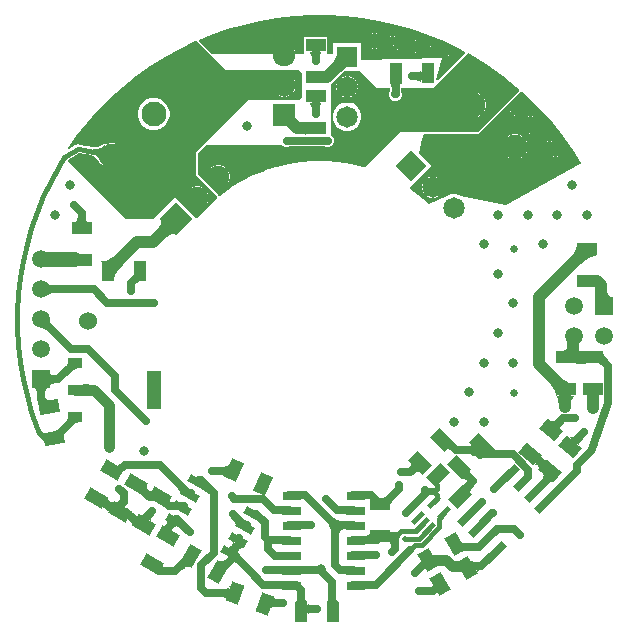
<source format=gbr>
%TF.GenerationSoftware,Altium Limited,Altium Designer,22.1.2 (22)*%
G04 Layer_Physical_Order=1*
G04 Layer_Color=255*
%FSLAX45Y45*%
%MOMM*%
%TF.SameCoordinates,A05C4332-DD78-49BD-A17D-671ED2E2A3CF*%
%TF.FilePolarity,Positive*%
%TF.FileFunction,Copper,L1,Top,Signal*%
%TF.Part,Single*%
G01*
G75*
%TA.AperFunction,SMDPad,CuDef*%
G04:AMPARAMS|DCode=10|XSize=1.7mm|YSize=1.1mm|CornerRadius=0mm|HoleSize=0mm|Usage=FLASHONLY|Rotation=150.000|XOffset=0mm|YOffset=0mm|HoleType=Round|Shape=Rectangle|*
%AMROTATEDRECTD10*
4,1,4,1.01112,0.05132,0.46112,-0.90132,-1.01112,-0.05132,-0.46112,0.90132,1.01112,0.05132,0.0*
%
%ADD10ROTATEDRECTD10*%

G04:AMPARAMS|DCode=11|XSize=1.7mm|YSize=1.1mm|CornerRadius=0mm|HoleSize=0mm|Usage=FLASHONLY|Rotation=135.000|XOffset=0mm|YOffset=0mm|HoleType=Round|Shape=Rectangle|*
%AMROTATEDRECTD11*
4,1,4,0.98995,-0.21213,0.21213,-0.98995,-0.98995,0.21213,-0.21213,0.98995,0.98995,-0.21213,0.0*
%
%ADD11ROTATEDRECTD11*%

%ADD12R,1.30000X3.25000*%
%ADD13R,1.30000X0.95000*%
G04:AMPARAMS|DCode=14|XSize=1.7mm|YSize=1.1mm|CornerRadius=0mm|HoleSize=0mm|Usage=FLASHONLY|Rotation=60.000|XOffset=0mm|YOffset=0mm|HoleType=Round|Shape=Rectangle|*
%AMROTATEDRECTD14*
4,1,4,0.05132,-1.01112,-0.90132,-0.46112,-0.05132,1.01112,0.90132,0.46112,0.05132,-1.01112,0.0*
%
%ADD14ROTATEDRECTD14*%

G04:AMPARAMS|DCode=15|XSize=1.2mm|YSize=0.4mm|CornerRadius=0mm|HoleSize=0mm|Usage=FLASHONLY|Rotation=45.000|XOffset=0mm|YOffset=0mm|HoleType=Round|Shape=Rectangle|*
%AMROTATEDRECTD15*
4,1,4,-0.28284,-0.56569,-0.56569,-0.28284,0.28284,0.56569,0.56569,0.28284,-0.28284,-0.56569,0.0*
%
%ADD15ROTATEDRECTD15*%

G04:AMPARAMS|DCode=16|XSize=1.7mm|YSize=1.1mm|CornerRadius=0mm|HoleSize=0mm|Usage=FLASHONLY|Rotation=225.000|XOffset=0mm|YOffset=0mm|HoleType=Round|Shape=Rectangle|*
%AMROTATEDRECTD16*
4,1,4,0.21213,0.98995,0.98995,0.21213,-0.21213,-0.98995,-0.98995,-0.21213,0.21213,0.98995,0.0*
%
%ADD16ROTATEDRECTD16*%

%ADD17R,1.10000X1.70000*%
%ADD18R,1.70000X1.10000*%
G04:AMPARAMS|DCode=19|XSize=1.525mm|YSize=0.65mm|CornerRadius=0mm|HoleSize=0mm|Usage=FLASHONLY|Rotation=225.000|XOffset=0mm|YOffset=0mm|HoleType=Round|Shape=Rectangle|*
%AMROTATEDRECTD19*
4,1,4,0.30936,0.76898,0.76898,0.30936,-0.30936,-0.76898,-0.76898,-0.30936,0.30936,0.76898,0.0*
%
%ADD19ROTATEDRECTD19*%

G04:AMPARAMS|DCode=20|XSize=1.7mm|YSize=1.1mm|CornerRadius=0mm|HoleSize=0mm|Usage=FLASHONLY|Rotation=245.000|XOffset=0mm|YOffset=0mm|HoleType=Round|Shape=Rectangle|*
%AMROTATEDRECTD20*
4,1,4,-0.13925,1.00280,0.85770,0.53792,0.13925,-1.00280,-0.85770,-0.53792,-0.13925,1.00280,0.0*
%
%ADD20ROTATEDRECTD20*%

G04:AMPARAMS|DCode=21|XSize=1.7mm|YSize=1.1mm|CornerRadius=0mm|HoleSize=0mm|Usage=FLASHONLY|Rotation=320.000|XOffset=0mm|YOffset=0mm|HoleType=Round|Shape=Rectangle|*
%AMROTATEDRECTD21*
4,1,4,-1.00467,0.12504,-0.29760,0.96770,1.00467,-0.12504,0.29760,-0.96770,-1.00467,0.12504,0.0*
%
%ADD21ROTATEDRECTD21*%

G04:AMPARAMS|DCode=22|XSize=1.7mm|YSize=1.1mm|CornerRadius=0mm|HoleSize=0mm|Usage=FLASHONLY|Rotation=70.000|XOffset=0mm|YOffset=0mm|HoleType=Round|Shape=Rectangle|*
%AMROTATEDRECTD22*
4,1,4,0.22612,-0.98685,-0.80755,-0.61063,-0.22612,0.98685,0.80755,0.61063,0.22612,-0.98685,0.0*
%
%ADD22ROTATEDRECTD22*%

G04:AMPARAMS|DCode=23|XSize=1.7mm|YSize=1.1mm|CornerRadius=0mm|HoleSize=0mm|Usage=FLASHONLY|Rotation=120.000|XOffset=0mm|YOffset=0mm|HoleType=Round|Shape=Rectangle|*
%AMROTATEDRECTD23*
4,1,4,0.90132,-0.46112,-0.05132,-1.01112,-0.90132,0.46112,0.05132,1.01112,0.90132,-0.46112,0.0*
%
%ADD23ROTATEDRECTD23*%

%TA.AperFunction,ConnectorPad*%
%ADD24R,1.70000X1.10000*%
%TA.AperFunction,SMDPad,CuDef*%
G04:AMPARAMS|DCode=25|XSize=1.7mm|YSize=1.1mm|CornerRadius=0mm|HoleSize=0mm|Usage=FLASHONLY|Rotation=10.000|XOffset=0mm|YOffset=0mm|HoleType=Round|Shape=Rectangle|*
%AMROTATEDRECTD25*
4,1,4,-0.74158,-0.68925,-0.93259,0.39405,0.74158,0.68925,0.93259,-0.39405,-0.74158,-0.68925,0.0*
%
%ADD25ROTATEDRECTD25*%

G04:AMPARAMS|DCode=26|XSize=1.525mm|YSize=0.65mm|CornerRadius=0mm|HoleSize=0mm|Usage=FLASHONLY|Rotation=330.000|XOffset=0mm|YOffset=0mm|HoleType=Round|Shape=Rectangle|*
%AMROTATEDRECTD26*
4,1,4,-0.82285,0.09979,-0.49785,0.66271,0.82285,-0.09979,0.49785,-0.66271,-0.82285,0.09979,0.0*
%
%ADD26ROTATEDRECTD26*%

%ADD27R,1.52500X0.65000*%
%TA.AperFunction,Conductor*%
%ADD28C,0.63500*%
%ADD29C,0.38100*%
%ADD30C,0.88900*%
%ADD31C,1.01600*%
%ADD32C,1.27000*%
%TA.AperFunction,ComponentPad*%
%ADD33R,1.50000X1.50000*%
%ADD34C,1.50000*%
%ADD35C,1.92000*%
%ADD36P,2.71529X4X90.0*%
%ADD37C,0.65000*%
%ADD38R,1.50000X1.50000*%
%ADD39R,1.81500X1.81500*%
%ADD40C,1.81500*%
%ADD41R,1.92000X1.92000*%
%ADD42C,2.10000*%
%ADD43P,2.56680X4X360.0*%
%TA.AperFunction,ViaPad*%
%ADD44C,1.52400*%
%ADD45C,0.80000*%
%ADD46C,0.50000*%
G36*
X2635568Y4880572D02*
X2630170Y4878658D01*
X2625408Y4875467D01*
X2621280Y4871001D01*
X2617788Y4865258D01*
X2614930Y4858240D01*
X2612708Y4849945D01*
X2611120Y4840375D01*
X2610168Y4829528D01*
X2609850Y4817405D01*
X2546350D01*
X2546033Y4829528D01*
X2545080Y4840375D01*
X2543492Y4849945D01*
X2541270Y4858240D01*
X2538413Y4865258D01*
X2534920Y4871001D01*
X2530793Y4875467D01*
X2526030Y4878658D01*
X2520632Y4880572D01*
X2514600Y4881210D01*
X2641600D01*
X2635568Y4880572D01*
D02*
G37*
G36*
X2898039Y4748255D02*
X2890136Y4754002D01*
X2880797Y4756876D01*
X2870021D01*
X2857808Y4754002D01*
X2844157Y4748255D01*
X2829071Y4739634D01*
X2812547Y4728139D01*
X2794586Y4713771D01*
X2754355Y4676413D01*
X2682513Y4748255D01*
X2702629Y4769089D01*
X2734239Y4806447D01*
X2745734Y4822971D01*
X2754355Y4838058D01*
X2760102Y4851708D01*
X2762976Y4863921D01*
Y4874697D01*
X2760102Y4884037D01*
X2754355Y4891939D01*
X2898039Y4748255D01*
D02*
G37*
G36*
X2829604Y5184193D02*
X2973444Y5167986D01*
X3116156Y5143738D01*
X3257281Y5111527D01*
X3396373Y5071455D01*
X3533007Y5023645D01*
X3666742Y4968250D01*
X3797158Y4905445D01*
X3840744Y4881356D01*
X3842519Y4868780D01*
X3612870Y4639131D01*
X3601786Y4645330D01*
X3644900Y4826000D01*
X2974602Y4815189D01*
X2965550Y4824097D01*
Y4959450D01*
X2724050D01*
Y4864100D01*
X2690179D01*
X2678100Y4865600D01*
Y5005600D01*
X2478100D01*
Y4865600D01*
X2466021Y4864100D01*
X2407384D01*
X2400858Y4888455D01*
X2388219Y4910346D01*
X2370345Y4928219D01*
X2348455Y4940858D01*
X2324100Y4947384D01*
Y4851400D01*
X2298700D01*
Y4947384D01*
X2274345Y4940858D01*
X2252455Y4928219D01*
X2234581Y4910346D01*
X2221942Y4888455D01*
X2215416Y4864100D01*
X1699361D01*
X1592587Y4970874D01*
X1595064Y4983330D01*
X1692393Y5023645D01*
X1829025Y5071455D01*
X1968119Y5111527D01*
X2109242Y5143737D01*
X2251956Y5167986D01*
X2395795Y5184193D01*
X2540324Y5192309D01*
X2685075D01*
X2829604Y5184193D01*
D02*
G37*
G36*
X3471205Y4614305D02*
X3470570Y4619539D01*
X3468665Y4624221D01*
X3465490Y4628353D01*
X3461045Y4631934D01*
X3455330Y4634964D01*
X3448345Y4637443D01*
X3440090Y4639371D01*
X3430565Y4640748D01*
X3419770Y4641575D01*
X3407705Y4641850D01*
Y4705350D01*
X3419814Y4705667D01*
X3430649Y4706620D01*
X3440212Y4708208D01*
X3448502Y4710430D01*
X3455519Y4713287D01*
X3461263Y4716780D01*
X3465734Y4720907D01*
X3468932Y4725670D01*
X3470857Y4731068D01*
X3471510Y4737100D01*
X3471205Y4614305D01*
D02*
G37*
G36*
X3306235Y4613670D02*
X3302335Y4611765D01*
X3298893Y4608590D01*
X3295910Y4604145D01*
X3293386Y4598430D01*
X3291321Y4591445D01*
X3289715Y4583190D01*
X3288568Y4573665D01*
X3287879Y4562870D01*
X3287650Y4550805D01*
X3224150D01*
X3223921Y4562870D01*
X3222085Y4583190D01*
X3220479Y4591445D01*
X3218414Y4598430D01*
X3215890Y4604145D01*
X3212907Y4608590D01*
X3209465Y4611765D01*
X3205565Y4613670D01*
X3201205Y4614305D01*
X3310595D01*
X3306235Y4613670D01*
D02*
G37*
G36*
X3923849Y4835425D02*
X4046417Y4758411D01*
X4164471Y4674647D01*
X4277650Y4584391D01*
X4298609Y4565660D01*
X4298965Y4552965D01*
X3949700Y4203700D01*
X3302000D01*
X2999839Y3901539D01*
X2978937Y3908331D01*
X2978132Y3908426D01*
X2977396Y3908765D01*
X2876154Y3933071D01*
X2875344Y3933103D01*
X2874584Y3933384D01*
X2771747Y3949672D01*
X2770937Y3949640D01*
X2770157Y3949860D01*
X2666359Y3958029D01*
X2665554Y3957934D01*
X2664759Y3958092D01*
X2560640D01*
X2559846Y3957934D01*
X2559040Y3958029D01*
X2455242Y3949860D01*
X2454462Y3949640D01*
X2453652Y3949672D01*
X2350816Y3933384D01*
X2350055Y3933103D01*
X2349245Y3933071D01*
X2248003Y3908765D01*
X2247267Y3908426D01*
X2246462Y3908331D01*
X2147439Y3876156D01*
X2146732Y3875760D01*
X2145937Y3875602D01*
X2049744Y3835757D01*
X2049070Y3835307D01*
X2048290Y3835087D01*
X1955519Y3787818D01*
X1954882Y3787316D01*
X1954122Y3787036D01*
X1865347Y3732634D01*
X1864751Y3732083D01*
X1864015Y3731744D01*
X1779781Y3670545D01*
X1779231Y3669950D01*
X1778524Y3669553D01*
X1770516Y3662714D01*
X1757895Y3663778D01*
X1756110Y3664351D01*
X1578336Y3842125D01*
Y4019175D01*
X1648561Y4089400D01*
X2297119D01*
X2305645Y4080873D01*
X2325860Y4072500D01*
X2347740D01*
X2365446Y4079834D01*
X2651054D01*
X2668760Y4072500D01*
X2690640D01*
X2710855Y4080873D01*
X2726327Y4096345D01*
X2734700Y4116560D01*
Y4138440D01*
X2726327Y4158655D01*
X2710855Y4174127D01*
X2705100Y4176510D01*
Y4608290D01*
X2718629Y4618671D01*
X2763924Y4663966D01*
X2765403Y4664515D01*
X2805195Y4701465D01*
X2822265Y4715122D01*
X2826331Y4717950D01*
X2952850D01*
X3098800Y4572000D01*
X3206794D01*
X3207699Y4561982D01*
X3207820Y4555602D01*
X3204573Y4552355D01*
X3196200Y4532140D01*
Y4510260D01*
X3204573Y4490045D01*
X3220045Y4474573D01*
X3240260Y4466200D01*
X3262140D01*
X3282355Y4474573D01*
X3297827Y4490045D01*
X3306200Y4510260D01*
Y4532140D01*
X3303566Y4538499D01*
Y4549770D01*
X3303883Y4550496D01*
X3304105Y4562199D01*
X3304730Y4572000D01*
X3568700D01*
X3595700Y4599000D01*
X3595900D01*
Y4599200D01*
X3864775Y4868075D01*
X3923849Y4835425D01*
D02*
G37*
G36*
X2635568Y4448470D02*
X2630170Y4446565D01*
X2625408Y4443390D01*
X2621280Y4438945D01*
X2617788Y4433230D01*
X2614930Y4426245D01*
X2612708Y4417990D01*
X2611120Y4408465D01*
X2610168Y4397670D01*
X2609850Y4385605D01*
X2546350D01*
X2546033Y4397670D01*
X2545080Y4408465D01*
X2543492Y4417990D01*
X2541270Y4426245D01*
X2538413Y4433230D01*
X2534920Y4438945D01*
X2530793Y4443390D01*
X2526030Y4446565D01*
X2520632Y4448470D01*
X2514600Y4449105D01*
X2641600D01*
X2635568Y4448470D01*
D02*
G37*
G36*
X2493405Y4179105D02*
X2492681Y4179845D01*
X2490509Y4180507D01*
X2486889Y4181091D01*
X2481820Y4181598D01*
X2457927Y4182649D01*
X2421000Y4183000D01*
Y4284600D01*
X2493405Y4288495D01*
Y4179105D01*
D02*
G37*
G36*
X764308Y3946261D02*
X756171Y3958569D01*
X740127Y3979797D01*
X732218Y3988716D01*
X724386Y3996506D01*
X716630Y4003167D01*
X708950Y4008698D01*
X701345Y4013099D01*
X693817Y4016371D01*
X686365Y4018513D01*
X694294Y4055779D01*
X701972Y4054702D01*
X710181Y4054626D01*
X718918Y4055550D01*
X728185Y4057475D01*
X737980Y4060401D01*
X748306Y4064328D01*
X759160Y4069255D01*
X770544Y4075184D01*
X794899Y4090042D01*
X764308Y3946261D01*
D02*
G37*
G36*
X1816100Y4724400D02*
X2438400D01*
X2463800Y4699000D01*
Y4495800D01*
X2438400Y4470400D01*
X2006600D01*
X1562100Y4025900D01*
Y3835400D01*
X1744630Y3652870D01*
X1744131Y3640179D01*
X1699351Y3601934D01*
X1698850Y3601297D01*
X1698176Y3600847D01*
X1624553Y3527224D01*
X1624102Y3526550D01*
X1623466Y3526048D01*
X1579969Y3475120D01*
X1567278Y3474621D01*
X1390650Y3651250D01*
X1206500Y3467100D01*
X965200D01*
X478292Y3954008D01*
X478469Y3955198D01*
X481828Y3967521D01*
X572898Y4026637D01*
X680953Y4003647D01*
X681879Y4002909D01*
X688315Y4001059D01*
X694019Y3998580D01*
X700117Y3995050D01*
X706579Y3990397D01*
X713359Y3984575D01*
X720409Y3977563D01*
X727557Y3969500D01*
X742911Y3949187D01*
X750764Y3937307D01*
X755857Y3933868D01*
X760703Y3930535D01*
X760929Y3930380D01*
X761001Y3930393D01*
X761061Y3930353D01*
X767051Y3931514D01*
X773148Y3932642D01*
X782364Y3924637D01*
X788475Y3918526D01*
X812418Y3904702D01*
X839123Y3897547D01*
X866770D01*
X893475Y3904702D01*
X917418Y3918526D01*
X918213Y3919320D01*
X843967Y3993567D01*
X852947Y4002547D01*
X843967Y4011527D01*
X918213Y4085773D01*
X917418Y4086568D01*
X893475Y4100391D01*
X866770Y4107547D01*
X839123D01*
X820178Y4102470D01*
X812418Y4100391D01*
X812414Y4100390D01*
X808518Y4098883D01*
X803564Y4102289D01*
X798721Y4105822D01*
X798480Y4105785D01*
X798278Y4105923D01*
X798009Y4105873D01*
X792372Y4104829D01*
X786443Y4103903D01*
X762557Y4089330D01*
X752050Y4083858D01*
X742056Y4079322D01*
X732766Y4075788D01*
X724202Y4073230D01*
X716407Y4071611D01*
X709399Y4070869D01*
X703181Y4070927D01*
X696549Y4071857D01*
X695403Y4071561D01*
X583573Y4095354D01*
X583572D01*
X580960Y4095910D01*
X577313Y4095959D01*
X573735Y4096670D01*
X563541D01*
X560412Y4096048D01*
X557222Y4096090D01*
X553833Y4094739D01*
X550256Y4094028D01*
X547602Y4092255D01*
X544639Y4091073D01*
X488295Y4054499D01*
X479343Y4063829D01*
X550752Y4164471D01*
X641009Y4277650D01*
X737459Y4385577D01*
X839820Y4487938D01*
X947753Y4584393D01*
X1060925Y4674645D01*
X1178980Y4758410D01*
X1301545Y4835423D01*
X1428241Y4905445D01*
X1558659Y4968251D01*
X1568269Y4972231D01*
X1816100Y4724400D01*
D02*
G37*
G36*
X4385577Y4487940D02*
X4487938Y4385580D01*
X4584393Y4277647D01*
X4674645Y4164474D01*
X4758410Y4046419D01*
X4823310Y3943131D01*
X4820161Y3930827D01*
X4191000Y3580111D01*
X3806064Y3660278D01*
X3794913Y3666716D01*
X3764203Y3674945D01*
X3735639D01*
X3727450Y3676650D01*
X3709493Y3668804D01*
X3701698Y3666716D01*
X3692321Y3661302D01*
X3535350Y3592721D01*
X3527224Y3600847D01*
X3526550Y3601297D01*
X3526048Y3601934D01*
X3446876Y3669554D01*
X3446168Y3669950D01*
X3445618Y3670545D01*
X3380463Y3717883D01*
X3386174Y3741813D01*
X3389095Y3742639D01*
X3389095D01*
X3559861Y3913405D01*
X3452695Y4020571D01*
X3481475Y4141172D01*
X3492522Y4187464D01*
X3949700D01*
X3961181Y4192219D01*
X4310445Y4541484D01*
X4311925Y4541863D01*
X4324596Y4542437D01*
X4385577Y4487940D01*
D02*
G37*
G36*
X628967Y3492272D02*
X629920Y3481425D01*
X631508Y3471855D01*
X633730Y3463560D01*
X636587Y3456541D01*
X640080Y3450799D01*
X644208Y3446333D01*
X648970Y3443142D01*
X654368Y3441228D01*
X660400Y3440590D01*
X533400D01*
X539433Y3441228D01*
X544830Y3443142D01*
X549592Y3446333D01*
X553720Y3450799D01*
X557212Y3456541D01*
X560070Y3463560D01*
X562293Y3471855D01*
X563880Y3481425D01*
X564832Y3492272D01*
X565150Y3504395D01*
X628650D01*
X628967Y3492272D01*
D02*
G37*
G36*
X1395195Y3329961D02*
X1388445Y3335275D01*
X1380893Y3338516D01*
X1372539Y3339686D01*
X1363383Y3338784D01*
X1353425Y3335810D01*
X1342665Y3330764D01*
X1331104Y3323647D01*
X1318740Y3314458D01*
X1305574Y3303198D01*
X1291607Y3289865D01*
X1219765Y3361707D01*
X1233098Y3375674D01*
X1244358Y3388840D01*
X1253547Y3401204D01*
X1260664Y3412765D01*
X1265710Y3423525D01*
X1268684Y3433483D01*
X1269586Y3442639D01*
X1268416Y3450993D01*
X1265175Y3458545D01*
X1259861Y3465295D01*
X1395195Y3329961D01*
D02*
G37*
G36*
X4961495Y3153705D02*
X4947942Y3152987D01*
X4934304Y3150831D01*
X4920580Y3147239D01*
X4906769Y3142210D01*
X4892873Y3135744D01*
X4878891Y3127842D01*
X4864824Y3118502D01*
X4850670Y3107726D01*
X4836430Y3095513D01*
X4822105Y3081863D01*
X4720263Y3123705D01*
X4733913Y3138030D01*
X4756902Y3166424D01*
X4766242Y3180491D01*
X4774144Y3194473D01*
X4780610Y3208370D01*
X4785639Y3222180D01*
X4789231Y3235904D01*
X4791387Y3249542D01*
X4792105Y3263095D01*
X4961495Y3153705D01*
D02*
G37*
G36*
X944037Y3077295D02*
X930387Y3062970D01*
X907398Y3034576D01*
X898058Y3020509D01*
X890156Y3006527D01*
X883690Y2992631D01*
X878661Y2978820D01*
X875069Y2965096D01*
X872913Y2951458D01*
X872195Y2937905D01*
X762805Y3107295D01*
X776358Y3108013D01*
X789996Y3110169D01*
X803720Y3113761D01*
X817530Y3118790D01*
X831427Y3125256D01*
X845409Y3133158D01*
X859476Y3142498D01*
X873630Y3153274D01*
X887870Y3165487D01*
X902195Y3179137D01*
X944037Y3077295D01*
D02*
G37*
G36*
X311815Y2918757D02*
X316445Y2915230D01*
X321448Y2912117D01*
X326825Y2909420D01*
X332577Y2907137D01*
X338703Y2905270D01*
X345203Y2903817D01*
X352077Y2902780D01*
X359325Y2902158D01*
X366948Y2901950D01*
Y2838450D01*
X359325Y2838242D01*
X352077Y2837620D01*
X345203Y2836583D01*
X338703Y2835130D01*
X332577Y2833263D01*
X326825Y2830980D01*
X321448Y2828283D01*
X316445Y2825170D01*
X311815Y2821643D01*
X307561Y2817700D01*
Y2922700D01*
X311815Y2918757D01*
D02*
G37*
G36*
X4967527Y2993660D02*
X4972219Y2990650D01*
X4978251Y2986041D01*
X4994338Y2972024D01*
X5028521Y2939005D01*
X4992600Y2903084D01*
X5043400D01*
X5043881Y2883820D01*
X5045324Y2866584D01*
X5047729Y2851376D01*
X5051095Y2838195D01*
X5055424Y2827042D01*
X5060714Y2817917D01*
X5066966Y2810820D01*
X5074181Y2805751D01*
X5082357Y2802709D01*
X5091495Y2801695D01*
X4942105D01*
X4941800Y2903084D01*
X4961495D01*
Y2993095D01*
X4962165Y2994883D01*
X4964176Y2995071D01*
X4967527Y2993660D01*
D02*
G37*
G36*
X329217Y2609653D02*
X329996Y2603886D01*
X331333Y2598147D01*
X333228Y2592437D01*
X335681Y2586756D01*
X338692Y2581104D01*
X342261Y2575481D01*
X346388Y2569887D01*
X351074Y2564321D01*
X356317Y2558784D01*
X311416Y2513883D01*
X305879Y2519126D01*
X300313Y2523812D01*
X294719Y2527939D01*
X289096Y2531508D01*
X283444Y2534519D01*
X277763Y2536972D01*
X272053Y2538867D01*
X266314Y2540204D01*
X260547Y2540983D01*
X254750Y2541204D01*
X328996Y2615450D01*
X329217Y2609653D01*
D02*
G37*
G36*
X4808653Y2413649D02*
X4807921Y2412636D01*
X4807266Y2410785D01*
X4806688Y2408098D01*
X4806187Y2404575D01*
X4805416Y2395017D01*
X4804838Y2374406D01*
X4804800Y2365863D01*
X4703200Y2382471D01*
X4704378Y2425969D01*
X4808653Y2413649D01*
D02*
G37*
G36*
X4842905Y2345342D02*
X4885295Y2344800D01*
Y2243200D01*
X4842905Y2241575D01*
Y2239305D01*
X4841889Y2240045D01*
X4838841Y2240707D01*
X4834199Y2241241D01*
X4783695Y2239305D01*
Y2242658D01*
X4741305Y2243200D01*
Y2344800D01*
X4783695Y2346425D01*
Y2348695D01*
X4784711Y2347955D01*
X4787759Y2347293D01*
X4792401Y2346759D01*
X4842905Y2348695D01*
Y2345342D01*
D02*
G37*
G36*
X5012744Y2340838D02*
X5014091Y2332863D01*
X5016336Y2324770D01*
X5019479Y2316558D01*
X5023520Y2308228D01*
X5028460Y2299780D01*
X5034297Y2291214D01*
X5041032Y2282529D01*
X5048665Y2273726D01*
X5057196Y2264805D01*
X5032149Y2200049D01*
X5019639Y2212166D01*
X4997694Y2230959D01*
X4988259Y2237635D01*
X4979850Y2242498D01*
X4972467Y2245547D01*
X4966108Y2246783D01*
X4960775Y2246205D01*
X4956467Y2243814D01*
X4953185Y2239610D01*
X4962570Y2256929D01*
X4962449Y2256850D01*
X4960839Y2255584D01*
Y2332416D01*
X4962449Y2331150D01*
X4964195Y2330016D01*
X4966078Y2329016D01*
X4968099Y2328150D01*
X4970257Y2327416D01*
X4972551Y2326817D01*
X4974983Y2326350D01*
X4977552Y2326017D01*
X4980257Y2325817D01*
X4983100Y2325750D01*
Y2294817D01*
X5012295Y2348695D01*
X5012744Y2340838D01*
D02*
G37*
G36*
X583907Y2201105D02*
X578181Y2203909D01*
X571731Y2205093D01*
X564558Y2204655D01*
X556663Y2202597D01*
X548044Y2198917D01*
X538702Y2193617D01*
X528637Y2186695D01*
X517849Y2178152D01*
X506339Y2167988D01*
X494105Y2156203D01*
X431703Y2183605D01*
X445063Y2197414D01*
X465870Y2221812D01*
X473317Y2232402D01*
X478792Y2241919D01*
X482297Y2250363D01*
X483830Y2257734D01*
X483393Y2264031D01*
X480985Y2269256D01*
X476605Y2273407D01*
X583907Y2201105D01*
D02*
G37*
G36*
X329028Y2165667D02*
X330942Y2160270D01*
X334133Y2155507D01*
X338599Y2151380D01*
X344341Y2147887D01*
X351360Y2145030D01*
X359655Y2142807D01*
X369225Y2141220D01*
X380072Y2140267D01*
X392195Y2139950D01*
Y2076450D01*
X380072Y2076132D01*
X369225Y2075180D01*
X359655Y2073593D01*
X351360Y2071370D01*
X344341Y2068512D01*
X338599Y2065020D01*
X334133Y2060892D01*
X330942Y2056130D01*
X329028Y2050733D01*
X328390Y2044700D01*
Y2171700D01*
X329028Y2165667D01*
D02*
G37*
G36*
X606884Y2065974D02*
X609551Y2065507D01*
X613996Y2065095D01*
X637999Y2064189D01*
X694895Y2063750D01*
Y1974850D01*
X605995Y1972105D01*
Y2066495D01*
X606884Y2065974D01*
D02*
G37*
G36*
X311468Y2032870D02*
X306070Y2030965D01*
X301308Y2027790D01*
X297180Y2023345D01*
X293688Y2017630D01*
X290830Y2010645D01*
X288608Y2002390D01*
X287020Y1992865D01*
X286068Y1982070D01*
X285750Y1970005D01*
X222250D01*
X221932Y1982070D01*
X220980Y1992865D01*
X219393Y2002390D01*
X217170Y2010645D01*
X214312Y2017630D01*
X210820Y2023345D01*
X206692Y2027790D01*
X201930Y2030965D01*
X196532Y2032870D01*
X190500Y2033505D01*
X317500D01*
X311468Y2032870D01*
D02*
G37*
G36*
X4646621Y2131536D02*
X4682489Y2101391D01*
X4698640Y2090248D01*
X4713603Y2081724D01*
X4727377Y2075819D01*
X4739963Y2072533D01*
X4751360Y2071866D01*
X4761569Y2073819D01*
X4770589Y2078390D01*
X4614305Y1969305D01*
X4783695D01*
X4774842Y1968317D01*
X4766921Y1965355D01*
X4759932Y1960417D01*
X4753874Y1953504D01*
X4748749Y1944616D01*
X4744555Y1933753D01*
X4741294Y1920915D01*
X4738964Y1906102D01*
X4737566Y1889313D01*
X4737100Y1870550D01*
X4635500D01*
X4635288Y1889313D01*
X4632109Y1933753D01*
X4630201Y1944616D01*
X4627870Y1953504D01*
X4625114Y1960417D01*
X4621935Y1965355D01*
X4618332Y1968317D01*
X4614305Y1969305D01*
X4613587Y1979552D01*
X4611431Y1990232D01*
X4607839Y2001346D01*
X4602810Y2012894D01*
X4596344Y2024877D01*
X4588442Y2037292D01*
X4579102Y2050142D01*
X4568326Y2063426D01*
X4542463Y2091295D01*
X4626905Y2150537D01*
X4646621Y2131536D01*
D02*
G37*
G36*
X4678016Y1741454D02*
X4669688Y1732676D01*
X4662751Y1724391D01*
X4657205Y1716599D01*
X4653050Y1709298D01*
X4650286Y1702490D01*
X4648913Y1696174D01*
X4648932Y1690350D01*
X4650341Y1685018D01*
X4653142Y1680180D01*
X4657333Y1675833D01*
X4559674Y1757778D01*
X4564760Y1754340D01*
X4570261Y1752214D01*
X4576176Y1751400D01*
X4582505Y1751897D01*
X4589249Y1753706D01*
X4596407Y1756827D01*
X4603980Y1761259D01*
X4611968Y1767003D01*
X4620369Y1774059D01*
X4629186Y1782427D01*
X4678016Y1741454D01*
D02*
G37*
G36*
X592299Y1743105D02*
X586194Y1745532D01*
X579451Y1746421D01*
X572068Y1745774D01*
X564047Y1743590D01*
X555386Y1739868D01*
X546087Y1734610D01*
X536148Y1727814D01*
X525569Y1719481D01*
X514352Y1709611D01*
X502496Y1698203D01*
X431703Y1717213D01*
X445441Y1731400D01*
X466751Y1756302D01*
X474324Y1767018D01*
X479841Y1776577D01*
X483304Y1784978D01*
X484712Y1792223D01*
X484064Y1798311D01*
X481362Y1803242D01*
X476605Y1807016D01*
X592299Y1743105D01*
D02*
G37*
G36*
X491085Y1686792D02*
X478036Y1673297D01*
X458073Y1649761D01*
X451158Y1639721D01*
X446289Y1630833D01*
X443464Y1623096D01*
X442684Y1616511D01*
X443949Y1611078D01*
X447259Y1606797D01*
X452614Y1603667D01*
X324797Y1654855D01*
X331516Y1653110D01*
X338950Y1652971D01*
X347099Y1654438D01*
X355963Y1657510D01*
X365542Y1662189D01*
X375835Y1668473D01*
X386844Y1676363D01*
X398567Y1685859D01*
X424158Y1709668D01*
X491085Y1686792D01*
D02*
G37*
G36*
X4838352Y1605751D02*
X4830106Y1597056D01*
X4823241Y1588845D01*
X4817758Y1581119D01*
X4813657Y1573877D01*
X4810937Y1567120D01*
X4809599Y1560847D01*
X4809642Y1555058D01*
X4811067Y1549753D01*
X4813874Y1544933D01*
X4818061Y1540597D01*
X4720402Y1622542D01*
X4725492Y1619094D01*
X4730986Y1616949D01*
X4736886Y1616107D01*
X4743190Y1616570D01*
X4749900Y1618336D01*
X4757014Y1621406D01*
X4764534Y1625780D01*
X4772458Y1631457D01*
X4780788Y1638439D01*
X4789522Y1646724D01*
X4838352Y1605751D01*
D02*
G37*
G36*
X273436Y1646108D02*
X291103Y1547671D01*
X289534Y1554292D01*
X287152Y1561193D01*
X283958Y1568375D01*
X279952Y1575838D01*
X275134Y1583580D01*
X269503Y1591604D01*
X255805Y1608492D01*
X247737Y1617357D01*
X238857Y1626503D01*
X256365Y1662876D01*
X273436Y1646108D01*
D02*
G37*
G36*
X3750433Y1572518D02*
X3751578Y1571446D01*
X3787178Y1536123D01*
X3742276Y1491222D01*
X3735082Y1498127D01*
X3722046Y1508844D01*
X3716205Y1512657D01*
X3710815Y1515439D01*
X3705876Y1517190D01*
X3701389Y1517911D01*
X3697353Y1517601D01*
X3693767Y1516260D01*
X3690633Y1513888D01*
X3750023Y1572846D01*
X3750433Y1572518D01*
D02*
G37*
G36*
X4113175Y1504199D02*
X4081425Y1440699D01*
X4063495Y1440866D01*
X4023137Y1443370D01*
X4014162Y1444873D01*
X4007426Y1446710D01*
X4002930Y1448880D01*
X4000671Y1451385D01*
X4000652Y1454223D01*
X4002872Y1457396D01*
X4080223Y1534746D01*
X4113175Y1504199D01*
D02*
G37*
G36*
X983911Y1361849D02*
X979398Y1357413D01*
X965083Y1344922D01*
X962439Y1343113D01*
X960167Y1341829D01*
X958270Y1341072D01*
X956746Y1340840D01*
X955595Y1341133D01*
X894678Y1376656D01*
X896740Y1376013D01*
X899329Y1376182D01*
X902445Y1377162D01*
X906088Y1378954D01*
X910257Y1381558D01*
X914954Y1384973D01*
X925928Y1394239D01*
X939010Y1406751D01*
X983911Y1361849D01*
D02*
G37*
G36*
X4485522Y1452704D02*
X4488818Y1449903D01*
X4496361Y1458842D01*
X4495320Y1456617D01*
X4495333Y1453680D01*
X4496401Y1450033D01*
X4498525Y1445674D01*
X4501703Y1440605D01*
X4504906Y1436231D01*
X4507214Y1434269D01*
X4513045Y1430393D01*
X4518176Y1427651D01*
X4522607Y1426043D01*
X4526338Y1425569D01*
X4529369Y1426229D01*
X4531701Y1428024D01*
X4522019Y1416485D01*
X4533417Y1404591D01*
X4492445Y1355762D01*
X4483679Y1364078D01*
X4480369Y1366849D01*
X4461386Y1344226D01*
X4464630Y1349075D01*
X4466586Y1354360D01*
X4467256Y1360079D01*
X4466640Y1366233D01*
X4464736Y1372821D01*
X4461546Y1379845D01*
X4461406Y1380079D01*
X4460320Y1380697D01*
X4453512Y1383459D01*
X4447195Y1384833D01*
X4441368Y1384819D01*
X4436030Y1383416D01*
X4431182Y1380624D01*
X4426823Y1376444D01*
X4446971Y1400317D01*
X4444256Y1403525D01*
X4435919Y1412287D01*
X4476892Y1461117D01*
X4485522Y1452704D01*
D02*
G37*
G36*
X3465531Y1320800D02*
X3461063Y1324394D01*
X3456147Y1326691D01*
X3450781Y1327690D01*
X3444967Y1327391D01*
X3438703Y1325795D01*
X3431991Y1322901D01*
X3424829Y1318709D01*
X3417219Y1313220D01*
X3409159Y1306434D01*
X3400651Y1298349D01*
X3355749Y1343251D01*
X3363834Y1351759D01*
X3370620Y1359819D01*
X3376109Y1367429D01*
X3380301Y1374591D01*
X3383195Y1381303D01*
X3384791Y1387567D01*
X3385090Y1393381D01*
X3384091Y1398747D01*
X3381794Y1403663D01*
X3378200Y1408131D01*
X3465531Y1320800D01*
D02*
G37*
G36*
X1798884Y1286109D02*
X1799635Y1289080D01*
X1798970Y1291740D01*
X1796889Y1294086D01*
X1793392Y1296119D01*
X1788480Y1297840D01*
X1782151Y1299247D01*
X1774407Y1300342D01*
X1765246Y1301124D01*
X1742678Y1301750D01*
X1772289Y1365250D01*
X1784456Y1365569D01*
X1795653Y1366525D01*
X1805881Y1368119D01*
X1815138Y1370351D01*
X1823426Y1373220D01*
X1830744Y1376726D01*
X1837092Y1380870D01*
X1842471Y1385653D01*
X1846879Y1391072D01*
X1850318Y1397129D01*
X1798884Y1286109D01*
D02*
G37*
G36*
X4591147Y1235344D02*
X4587247Y1237791D01*
X4582813Y1239034D01*
X4577844Y1239074D01*
X4572340Y1237912D01*
X4566301Y1235547D01*
X4559727Y1231980D01*
X4552619Y1227209D01*
X4544976Y1221236D01*
X4536798Y1214060D01*
X4530223Y1207737D01*
X4491436Y1168402D01*
X4445905Y1213933D01*
X4446414Y1214322D01*
X4447814Y1215616D01*
X4480999Y1248492D01*
X4487573Y1255421D01*
X4494502Y1263698D01*
X4500042Y1271485D01*
X4504193Y1278782D01*
X4506956Y1285589D01*
X4508330Y1291906D01*
X4508315Y1297733D01*
X4506911Y1303071D01*
X4504119Y1307918D01*
X4499938Y1312275D01*
X4591147Y1235344D01*
D02*
G37*
G36*
X3886671Y1340296D02*
X3885259Y1336191D01*
X3885071Y1331512D01*
X3886105Y1326260D01*
X3888361Y1320434D01*
X3891840Y1314034D01*
X3896542Y1307062D01*
X3902465Y1299515D01*
X3909612Y1291395D01*
X3917981Y1282702D01*
X3879879Y1244600D01*
X3917981Y1206498D01*
X3909646Y1197714D01*
X3902659Y1189380D01*
X3897021Y1181497D01*
X3892731Y1174064D01*
X3889790Y1167083D01*
X3888198Y1160551D01*
X3887954Y1154470D01*
X3889059Y1148840D01*
X3891513Y1143660D01*
X3895315Y1138931D01*
X3825072Y1209604D01*
X3826111Y1209463D01*
X3827987Y1210282D01*
X3830698Y1212061D01*
X3834245Y1214801D01*
X3843846Y1223160D01*
X3866029Y1244588D01*
X3864386Y1246169D01*
X3848720Y1259240D01*
X3841747Y1263941D01*
X3835348Y1267420D01*
X3829522Y1269677D01*
X3824269Y1270710D01*
X3819591Y1270522D01*
X3815485Y1269111D01*
X3811954Y1266477D01*
X3889304Y1343828D01*
X3886671Y1340296D01*
D02*
G37*
G36*
X3528344Y1190814D02*
X3530984Y1190108D01*
X3534790Y1189485D01*
X3539763Y1188945D01*
X3561681Y1187824D01*
X3594100Y1187450D01*
Y1149350D01*
X3582127Y1149308D01*
X3528344Y1145986D01*
X3526872Y1145197D01*
Y1191603D01*
X3528344Y1190814D01*
D02*
G37*
G36*
X1664202Y1230672D02*
X1668497Y1228374D01*
X1673698Y1224862D01*
X1679805Y1220138D01*
X1694737Y1207050D01*
X1713292Y1189110D01*
X1674406Y1138193D01*
X1670692Y1141771D01*
X1657856Y1152580D01*
X1653012Y1156207D01*
X1630812Y1170836D01*
X1624556Y1174523D01*
X1656752Y1230287D01*
X1658329Y1231628D01*
X1660813Y1231757D01*
X1664202Y1230672D01*
D02*
G37*
G36*
X1452147Y1234624D02*
X1551971Y1147786D01*
X1566370Y1137445D01*
X1593252Y1120302D01*
X1429516Y1140483D01*
X1430924Y1144149D01*
X1431238Y1148373D01*
X1430459Y1153157D01*
X1428586Y1158501D01*
X1425620Y1164404D01*
X1421561Y1170866D01*
X1416407Y1177888D01*
X1410161Y1185470D01*
X1394387Y1202312D01*
X1433273Y1253228D01*
X1452147Y1234624D01*
D02*
G37*
G36*
X1150057Y1211037D02*
X1148634Y1204846D01*
X1148439Y1198323D01*
X1149471Y1191468D01*
X1151730Y1184282D01*
X1155217Y1176764D01*
X1159931Y1168915D01*
X1161143Y1167246D01*
X1162750Y1166116D01*
X1169764Y1162253D01*
X1176208Y1159860D01*
X1182084Y1158936D01*
X1187390Y1159481D01*
X1192127Y1161496D01*
X1196295Y1164980D01*
X1199893Y1169934D01*
X1160604Y1102494D01*
X1158142Y1099620D01*
X1154867Y1098120D01*
X1152149Y1098037D01*
X1146194Y1088818D01*
X1114374Y1121535D01*
X1099408Y1135605D01*
X1126277Y1170788D01*
X1152707Y1216897D01*
X1150057Y1211037D01*
D02*
G37*
G36*
X4625825Y1123816D02*
X4581238Y1078600D01*
X4535707Y1124131D01*
X4536216Y1124520D01*
X4537617Y1125813D01*
X4580923Y1168717D01*
X4625825Y1123816D01*
D02*
G37*
G36*
X974951Y1050357D02*
X971424Y1046788D01*
X960199Y1034092D01*
X959236Y1032583D01*
X958700Y1031417D01*
X958592Y1030595D01*
X958911Y1030116D01*
X896792Y1065980D01*
X897579Y1066010D01*
X898930Y1066685D01*
X900845Y1068003D01*
X903324Y1069965D01*
X909976Y1075821D01*
X930049Y1095258D01*
X974951Y1050357D01*
D02*
G37*
G36*
X3043300Y1126835D02*
X3069505Y1148996D01*
X3078111Y1140465D01*
X3117416Y1105891D01*
X3120039Y1104544D01*
X3121915Y1104095D01*
X3119093D01*
X3124032Y1100503D01*
X3129869Y1098707D01*
X3136604D01*
X3144237Y1100503D01*
X3152768Y1104095D01*
X3162198Y1109483D01*
X3172525Y1116667D01*
X3183750Y1125648D01*
X3208895Y1148996D01*
X3253796Y1104095D01*
X3241224Y1091074D01*
X3221467Y1067725D01*
X3214283Y1057398D01*
X3208895Y1047968D01*
X3205303Y1039437D01*
X3203507Y1031804D01*
Y1025069D01*
X3205303Y1019232D01*
X3208895Y1014293D01*
X3119093Y1104095D01*
X3043300D01*
Y1098550D01*
X3033790Y1098418D01*
X3011265Y1096447D01*
X3005759Y1095264D01*
X3001254Y1093818D01*
X2997750Y1092109D01*
X2995248Y1090137D01*
X2993746Y1087902D01*
X2993245Y1085405D01*
Y1149795D01*
X3043300Y1162050D01*
Y1126835D01*
D02*
G37*
G36*
X1386155Y1064771D02*
X1416756Y1001555D01*
X1416136Y1001517D01*
X1400862Y1001407D01*
X1352989Y1001357D01*
X1335706Y1064857D01*
X1386155Y1064771D01*
D02*
G37*
G36*
X819567Y1104298D02*
X819592Y1100661D01*
X820670Y1096396D01*
X822803Y1091502D01*
X825988Y1085979D01*
X830228Y1079828D01*
X833627Y1075473D01*
X839043Y1071664D01*
X846059Y1067799D01*
X852504Y1065405D01*
X858379Y1064481D01*
X863684Y1065029D01*
X868418Y1067046D01*
X872582Y1070534D01*
X876176Y1075492D01*
X822405Y982967D01*
X822754Y984799D01*
X822121Y987383D01*
X820507Y990720D01*
X817910Y994810D01*
X814331Y999652D01*
X807654Y1007543D01*
X800686Y1012713D01*
X793866Y1016847D01*
X787662Y1019596D01*
X782076Y1020960D01*
X777106Y1020940D01*
X772754Y1019535D01*
X769019Y1016746D01*
X765900Y1012572D01*
X820596Y1107306D01*
X819567Y1104298D01*
D02*
G37*
G36*
X1208380Y960279D02*
X1200165Y951616D01*
X1193414Y943521D01*
X1188126Y935994D01*
X1184302Y929035D01*
X1181942Y922644D01*
X1181046Y916820D01*
X1181613Y911565D01*
X1183644Y906878D01*
X1187139Y902758D01*
X1192098Y899207D01*
X1080300Y963401D01*
X1085735Y960971D01*
X1091544Y959742D01*
X1097727Y959714D01*
X1104282Y960887D01*
X1111210Y963261D01*
X1118511Y966837D01*
X1126186Y971613D01*
X1134233Y977591D01*
X1142654Y984769D01*
X1151448Y993149D01*
X1208380Y960279D01*
D02*
G37*
G36*
X2841355Y1022795D02*
Y958405D01*
X2840720Y960902D01*
X2838815Y963137D01*
X2835640Y965109D01*
X2831195Y966818D01*
X2825480Y968264D01*
X2818495Y969447D01*
X2810240Y970367D01*
X2789920Y971418D01*
X2777855Y971550D01*
Y1035050D01*
X2841355Y1022795D01*
D02*
G37*
G36*
X2298955D02*
Y958405D01*
X2298320Y960902D01*
X2296415Y963137D01*
X2293240Y965109D01*
X2288795Y966818D01*
X2283080Y968264D01*
X2276095Y969447D01*
X2267840Y970367D01*
X2247520Y971418D01*
X2235455Y971550D01*
Y1035050D01*
X2298955Y1022795D01*
D02*
G37*
G36*
X2127110Y959048D02*
X2128537Y958147D01*
X2130763Y956384D01*
X2137616Y950272D01*
X2168751Y919910D01*
X2123849Y875009D01*
X2094289Y903323D01*
X2126484Y959087D01*
X2127110Y959048D01*
D02*
G37*
G36*
X4062685Y919886D02*
X4018098Y874670D01*
X3972567Y920201D01*
X3973076Y920590D01*
X3974476Y921884D01*
X4017783Y964787D01*
X4062685Y919886D01*
D02*
G37*
G36*
X1046861Y958613D02*
X1055081Y951621D01*
X1058632Y949146D01*
X1061809Y947352D01*
X1064613Y946237D01*
X1067044Y945804D01*
X1069102Y946050D01*
X1070786Y946978D01*
X1072097Y948585D01*
X1028063Y872315D01*
X1028753Y874502D01*
X1028605Y877223D01*
X1027621Y880479D01*
X1025799Y884268D01*
X1023140Y888592D01*
X1019644Y893451D01*
X1015311Y898844D01*
X1004134Y911232D01*
X997289Y918228D01*
X1042190Y963129D01*
X1046861Y958613D01*
D02*
G37*
G36*
X1406328Y860225D02*
X1402629Y861701D01*
X1398439Y862142D01*
X1393758Y861547D01*
X1388586Y859917D01*
X1382924Y857251D01*
X1376771Y853549D01*
X1370127Y848812D01*
X1362992Y843039D01*
X1347251Y828388D01*
X1302349Y873289D01*
X1307836Y879045D01*
X1312384Y884404D01*
X1315994Y889365D01*
X1318666Y893928D01*
X1320400Y898093D01*
X1321195Y901861D01*
X1321053Y905231D01*
X1319972Y908203D01*
X1317954Y910778D01*
X1314997Y912954D01*
X1406328Y860225D01*
D02*
G37*
G36*
X1925252Y964673D02*
X2039705Y864322D01*
X2051868Y855965D01*
X2062984Y849102D01*
X1899248Y869283D01*
X1900981Y873511D01*
X1901585Y878238D01*
X1901062Y883466D01*
X1899412Y889195D01*
X1896634Y895423D01*
X1892728Y902152D01*
X1887694Y909381D01*
X1881533Y917111D01*
X1865828Y934071D01*
X1904714Y984988D01*
X1925252Y964673D01*
D02*
G37*
G36*
X2720617Y944420D02*
X2730155Y936787D01*
X2740065Y930051D01*
X2750347Y924214D01*
X2761001Y919275D01*
X2772027Y915234D01*
X2783425Y912091D01*
X2795196Y909846D01*
X2807338Y908499D01*
X2819852Y908050D01*
X2822368Y899459D01*
X2841355Y895795D01*
Y831404D01*
X2840720Y833902D01*
X2838815Y836137D01*
X2835640Y838109D01*
X2831195Y839817D01*
X2825480Y841263D01*
X2818495Y842447D01*
X2818232Y842476D01*
X2815590Y842010D01*
X2806065Y838835D01*
X2797810Y834390D01*
X2790825Y828675D01*
X2785110Y821690D01*
X2780665Y813435D01*
X2777490Y803910D01*
X2775585Y793115D01*
X2774950Y781050D01*
X2711450Y799648D01*
X2711001Y812162D01*
X2709654Y824304D01*
X2707409Y836075D01*
X2704266Y847473D01*
X2700225Y858499D01*
X2695286Y869153D01*
X2689449Y879435D01*
X2682713Y889345D01*
X2675080Y898883D01*
X2666549Y908050D01*
X2711450Y952951D01*
X2720617Y944420D01*
D02*
G37*
G36*
X2514345Y844550D02*
X2502280Y844418D01*
X2473705Y842447D01*
X2466720Y841263D01*
X2461005Y839817D01*
X2456560Y838109D01*
X2453385Y836137D01*
X2451480Y833902D01*
X2450845Y831404D01*
Y895795D01*
X2514345Y908050D01*
Y844550D01*
D02*
G37*
G36*
X3460541Y829188D02*
X3460143Y829219D01*
X3459403Y828862D01*
X3458320Y828117D01*
X3456893Y826984D01*
X3453010Y823552D01*
X3441127Y812030D01*
X3414186Y838970D01*
X3432688Y857041D01*
X3460541Y829188D01*
D02*
G37*
G36*
X1466929Y900114D02*
X1468607Y898847D01*
X1471286Y896531D01*
X1499688Y869216D01*
X1518054Y850947D01*
X1479168Y800031D01*
X1434057Y844568D01*
X1466252Y900331D01*
X1466929Y900114D01*
D02*
G37*
G36*
X4138153Y815749D02*
X4107901Y784867D01*
X4062370Y830398D01*
X4062735Y830644D01*
X4063706Y831507D01*
X4093252Y860651D01*
X4138153Y815749D01*
D02*
G37*
G36*
X3039689Y777758D02*
X3056745Y781050D01*
Y717550D01*
X3044680Y717418D01*
X3016105Y715447D01*
X3009120Y714264D01*
X3003405Y712818D01*
X2998960Y711109D01*
X2995785Y709137D01*
X2993880Y706902D01*
X2993245Y704405D01*
Y717893D01*
X2976005Y717550D01*
Y781050D01*
X2988108Y781367D01*
X2998940Y782320D01*
X3008499Y783908D01*
X3016787Y786130D01*
X3023804Y788988D01*
X3029548Y792480D01*
X3034021Y796608D01*
X3037223Y801370D01*
X3039152Y806767D01*
X3039810Y812800D01*
X3039689Y777758D01*
D02*
G37*
G36*
X2298955Y768795D02*
Y704405D01*
X2298320Y706902D01*
X2296415Y709137D01*
X2293240Y711109D01*
X2288795Y712818D01*
X2283080Y714264D01*
X2276095Y715447D01*
X2267840Y716367D01*
X2247520Y717418D01*
X2235455Y717550D01*
Y781050D01*
X2298955Y768795D01*
D02*
G37*
G36*
X1967289Y683353D02*
X1963932Y684583D01*
X1959983Y684738D01*
X1955442Y683818D01*
X1950310Y681824D01*
X1944585Y678755D01*
X1938269Y674611D01*
X1933705Y671163D01*
X1930608Y666761D01*
X1926739Y659741D01*
X1924343Y653295D01*
X1923421Y647421D01*
X1923973Y642121D01*
X1925997Y637393D01*
X1929494Y633239D01*
X1934465Y629657D01*
X1820600Y695397D01*
X1826446Y692733D01*
X1832628Y691300D01*
X1839143Y691097D01*
X1845993Y692125D01*
X1853178Y694382D01*
X1860697Y697871D01*
X1868551Y702589D01*
X1869679Y703409D01*
X1870407Y704445D01*
X1874231Y711405D01*
X1876592Y717796D01*
X1877488Y723619D01*
X1876920Y728874D01*
X1874889Y733561D01*
X1871393Y737679D01*
X1866433Y741230D01*
X1967289Y683353D01*
D02*
G37*
G36*
X3209024Y820348D02*
X3210327Y818417D01*
X3212497Y816714D01*
X3215536Y815238D01*
X3219443Y813989D01*
X3224218Y812967D01*
X3229861Y812172D01*
X3236372Y811604D01*
X3252000Y811150D01*
Y747650D01*
X3243752Y747536D01*
X3241308Y747323D01*
X3220250Y684150D01*
X3219615Y696215D01*
X3217710Y707010D01*
X3214535Y716535D01*
X3210090Y724790D01*
X3204375Y731775D01*
X3197390Y737490D01*
X3189135Y741935D01*
X3179610Y745110D01*
X3168815Y747015D01*
X3156750Y747650D01*
X3208590Y764930D01*
Y822505D01*
X3209024Y820348D01*
D02*
G37*
G36*
X3436121Y691380D02*
X3431333Y686506D01*
X3416946Y670036D01*
X3414540Y666676D01*
X3412611Y663618D01*
X3411157Y660863D01*
X3410180Y658411D01*
X3409679Y656262D01*
X3374062Y691879D01*
X3376211Y692380D01*
X3378663Y693357D01*
X3381418Y694811D01*
X3384476Y696740D01*
X3387836Y699146D01*
X3395465Y705387D01*
X3404306Y713533D01*
X3409180Y718321D01*
X3436121Y691380D01*
D02*
G37*
G36*
X3804272Y743144D02*
X3805516Y737772D01*
X3808751Y733033D01*
X3813975Y728925D01*
X3821189Y725449D01*
X3830394Y722606D01*
X3841588Y720394D01*
X3854773Y718814D01*
X3869948Y717866D01*
X3887113Y717550D01*
X3888789Y654050D01*
X3867807Y653735D01*
X3831923Y651216D01*
X3817020Y649012D01*
X3804142Y646179D01*
X3793290Y642715D01*
X3784465Y638622D01*
X3777665Y633899D01*
X3772891Y628546D01*
X3770143Y622564D01*
X3805018Y749148D01*
X3804272Y743144D01*
D02*
G37*
G36*
X3056745Y590550D02*
X3044680Y590419D01*
X3016105Y588447D01*
X3009120Y587264D01*
X3003405Y585818D01*
X2998960Y584109D01*
X2995785Y582137D01*
X2993880Y579903D01*
X2993245Y577405D01*
Y641796D01*
X3056745Y654050D01*
Y590550D01*
D02*
G37*
G36*
X2298955Y641796D02*
Y577405D01*
X2298320Y577632D01*
X2296415Y577835D01*
X2288795Y578170D01*
X2235455Y578600D01*
Y642100D01*
X2298955Y641796D01*
D02*
G37*
G36*
X1935160Y626477D02*
X1935367Y623155D01*
X1936607Y619169D01*
X1938878Y614516D01*
X1942182Y609198D01*
X1946518Y603214D01*
X1958286Y589248D01*
X1974182Y572619D01*
X1900996Y556003D01*
X1892941Y564259D01*
X1882389Y576424D01*
X1879890Y580334D01*
X1879243Y582795D01*
X1880449Y583807D01*
X1883506Y583370D01*
X1888415Y581485D01*
X1895176Y578151D01*
X1903789Y573368D01*
X1935984Y629132D01*
X1935160Y626477D01*
D02*
G37*
G36*
X1888208Y566694D02*
X1844928Y524600D01*
X1760130Y573207D01*
X1765989Y570557D01*
X1772181Y569134D01*
X1778704Y568939D01*
X1785559Y569971D01*
X1792745Y572230D01*
X1800263Y575717D01*
X1808112Y580431D01*
X1816293Y586372D01*
X1824805Y593541D01*
X1833649Y601937D01*
X1888208Y566694D01*
D02*
G37*
G36*
X4090300Y587662D02*
X4089792Y587273D01*
X4088391Y585979D01*
X4045084Y543075D01*
X4000183Y587977D01*
X4044769Y633193D01*
X4090300Y587662D01*
D02*
G37*
G36*
X1516470Y518993D02*
X1510611Y521643D01*
X1504419Y523066D01*
X1497896Y523261D01*
X1491041Y522229D01*
X1483855Y519970D01*
X1476337Y516483D01*
X1468488Y511769D01*
X1460307Y505828D01*
X1451795Y498659D01*
X1442951Y490263D01*
X1388392Y525506D01*
X1431672Y567600D01*
X1516470Y518993D01*
D02*
G37*
G36*
X3745177Y569038D02*
X3768747Y567366D01*
X3773479Y566363D01*
X3776648Y565136D01*
X3778254Y563687D01*
X3778298Y562014D01*
X3776780Y560119D01*
X3773699Y558000D01*
X3827096Y466124D01*
X3824689Y468808D01*
X3820753Y471209D01*
X3815287Y473328D01*
X3808291Y475164D01*
X3799766Y476718D01*
X3789711Y477990D01*
X3765013Y479685D01*
X3734196Y480250D01*
Y569150D01*
X3745177Y569038D01*
D02*
G37*
G36*
X3887041Y581291D02*
X3892501Y576077D01*
X3899229Y571477D01*
X3907224Y567490D01*
X3916486Y564117D01*
X3927016Y561357D01*
X3938813Y559210D01*
X3951877Y557677D01*
X3966208Y556757D01*
X3981808Y556450D01*
Y492950D01*
X3973558Y492680D01*
X3966504Y491872D01*
X3960646Y490525D01*
X3955984Y488638D01*
X3952518Y486212D01*
X3950248Y483248D01*
X3949174Y479744D01*
X3949296Y475702D01*
X3950614Y471120D01*
X3953128Y466000D01*
X3882849Y587118D01*
X3887041Y581291D01*
D02*
G37*
G36*
X1286003Y540191D02*
X1284804Y534768D01*
X1285246Y529982D01*
X1287329Y525835D01*
X1291052Y522326D01*
X1296415Y519454D01*
X1303420Y517221D01*
X1312064Y515626D01*
X1322349Y514669D01*
X1334275Y514350D01*
X1315945Y450850D01*
X1235800Y453772D01*
X1288842Y546252D01*
X1286003Y540191D01*
D02*
G37*
G36*
X2841355Y514795D02*
Y450405D01*
X2840755Y452902D01*
X2838953Y455137D01*
X2835950Y457109D01*
X2831746Y458818D01*
X2826341Y460264D01*
X2819735Y461447D01*
X2811928Y462367D01*
X2792710Y463418D01*
X2781300Y463550D01*
Y527050D01*
X2841355Y514795D01*
D02*
G37*
G36*
X2514345Y463550D02*
X2502280Y463418D01*
X2473705Y461447D01*
X2466720Y460264D01*
X2461005Y458818D01*
X2456560Y457109D01*
X2453385Y455137D01*
X2451480Y452902D01*
X2450845Y450405D01*
Y514795D01*
X2514345Y527050D01*
Y463550D01*
D02*
G37*
G36*
X2298955Y514795D02*
Y450405D01*
X2298320Y452902D01*
X2296415Y455137D01*
X2293240Y457109D01*
X2288795Y458818D01*
X2283080Y460264D01*
X2276095Y461447D01*
X2267840Y462367D01*
X2247520Y463418D01*
X2235455Y463550D01*
Y527050D01*
X2298955Y514795D01*
D02*
G37*
G36*
X3056745Y336550D02*
X3044680Y336418D01*
X3016105Y334447D01*
X3009120Y333264D01*
X3003405Y331818D01*
X2998960Y330109D01*
X2995785Y328137D01*
X2993880Y325902D01*
X2993245Y323405D01*
Y387795D01*
X3056745Y400050D01*
Y336550D01*
D02*
G37*
G36*
X2298955Y387795D02*
Y323405D01*
X2298320Y325902D01*
X2296415Y328137D01*
X2293240Y330109D01*
X2288795Y331818D01*
X2283080Y333264D01*
X2276095Y334447D01*
X2267840Y335367D01*
X2247520Y336418D01*
X2235455Y336550D01*
Y400050D01*
X2298955Y387795D01*
D02*
G37*
G36*
X1812077Y239292D02*
X1813457Y244827D01*
X1813354Y249779D01*
X1811770Y254149D01*
X1808703Y257936D01*
X1804154Y261140D01*
X1798124Y263762D01*
X1790611Y265801D01*
X1781616Y267258D01*
X1771139Y268131D01*
X1759180Y268423D01*
X1782292Y331923D01*
X1794519Y332239D01*
X1805703Y333189D01*
X1815844Y334771D01*
X1824943Y336986D01*
X1832999Y339834D01*
X1840012Y343315D01*
X1845982Y347429D01*
X1850909Y352176D01*
X1854793Y357556D01*
X1857635Y363568D01*
X1812077Y239292D01*
D02*
G37*
G36*
X2749859Y275830D02*
X2750788Y265035D01*
X2752335Y255510D01*
X2754501Y247255D01*
X2757286Y240270D01*
X2760690Y234555D01*
X2764713Y230110D01*
X2769355Y226935D01*
X2774615Y225030D01*
X2780495Y224395D01*
X2671105D01*
X2673944Y225030D01*
X2676485Y226935D01*
X2678727Y230110D01*
X2680670Y234555D01*
X2682314Y240270D01*
X2683659Y247255D01*
X2684705Y255510D01*
X2685901Y275830D01*
X2686050Y287895D01*
X2749550D01*
X2749859Y275830D01*
D02*
G37*
G36*
X2487779D02*
X2489615Y255510D01*
X2491221Y247255D01*
X2493286Y240270D01*
X2495810Y234555D01*
X2498793Y230110D01*
X2502235Y226935D01*
X2506135Y225030D01*
X2510495Y224395D01*
X2401105D01*
X2405465Y225030D01*
X2409365Y226935D01*
X2412807Y230110D01*
X2415790Y234555D01*
X2418314Y240270D01*
X2420379Y247255D01*
X2421985Y255510D01*
X2423132Y265035D01*
X2423821Y275830D01*
X2424050Y287895D01*
X2487550D01*
X2487779Y275830D01*
D02*
G37*
G36*
X2225701Y264707D02*
X2226303Y261127D01*
X2228329Y257968D01*
X2231777Y255231D01*
X2236649Y252914D01*
X2242944Y251019D01*
X2250663Y249545D01*
X2259805Y248492D01*
X2270370Y247861D01*
X2282358Y247650D01*
X2259246Y184150D01*
X2247020Y183834D01*
X2235837Y182884D01*
X2225696Y181302D01*
X2216598Y179087D01*
X2208542Y176239D01*
X2201530Y172758D01*
X2195559Y168644D01*
X2190631Y163897D01*
X2186746Y158517D01*
X2183904Y152504D01*
X2226523Y268708D01*
X2225701Y264707D01*
D02*
G37*
G36*
X2511130Y219161D02*
X2513035Y214479D01*
X2516210Y210347D01*
X2520655Y206766D01*
X2526370Y203736D01*
X2533355Y201257D01*
X2541610Y199329D01*
X2551135Y197952D01*
X2561930Y197125D01*
X2573995Y196850D01*
Y133350D01*
X2561886Y133032D01*
X2551051Y132080D01*
X2541488Y130492D01*
X2533198Y128270D01*
X2526181Y125412D01*
X2520437Y121920D01*
X2515966Y117793D01*
X2512768Y113030D01*
X2510843Y107632D01*
X2510190Y101600D01*
X2510495Y224395D01*
X2511130Y219161D01*
D02*
G37*
%LPC*%
G36*
X3086100Y5076399D02*
Y5067300D01*
X3095199D01*
X3094594Y5068761D01*
X3087561Y5075794D01*
X3086100Y5076399D01*
D02*
G37*
G36*
X3060700D02*
X3059239Y5075794D01*
X3052206Y5068761D01*
X3051601Y5067300D01*
X3060700D01*
Y5076399D01*
D02*
G37*
G36*
X3238500Y5050999D02*
Y5041900D01*
X3247599D01*
X3246994Y5043361D01*
X3239961Y5050394D01*
X3238500Y5050999D01*
D02*
G37*
G36*
X3213100D02*
X3211639Y5050394D01*
X3204606Y5043361D01*
X3204001Y5041900D01*
X3213100D01*
Y5050999D01*
D02*
G37*
G36*
X3095199Y5041900D02*
X3086100D01*
Y5032801D01*
X3087561Y5033406D01*
X3094594Y5040439D01*
X3095199Y5041900D01*
D02*
G37*
G36*
X3060700D02*
X3051601D01*
X3052206Y5040439D01*
X3059239Y5033406D01*
X3060700Y5032801D01*
Y5041900D01*
D02*
G37*
G36*
X3247599Y5016500D02*
X3238500D01*
Y5007401D01*
X3239961Y5008006D01*
X3246994Y5015039D01*
X3247599Y5016500D01*
D02*
G37*
G36*
X3213100D02*
X3204001D01*
X3204606Y5015039D01*
X3211639Y5008006D01*
X3213100Y5007401D01*
Y5016500D01*
D02*
G37*
G36*
X3454400Y5012899D02*
Y5003800D01*
X3463499D01*
X3462894Y5005261D01*
X3455861Y5012294D01*
X3454400Y5012899D01*
D02*
G37*
G36*
X3429000D02*
X3427539Y5012294D01*
X3420506Y5005261D01*
X3419901Y5003800D01*
X3429000D01*
Y5012899D01*
D02*
G37*
G36*
X3463499Y4978400D02*
X3454400D01*
Y4969301D01*
X3455861Y4969906D01*
X3462894Y4976939D01*
X3463499Y4978400D01*
D02*
G37*
G36*
X3429000D02*
X3419901D01*
X3420506Y4976939D01*
X3427539Y4969906D01*
X3429000Y4969301D01*
Y4978400D01*
D02*
G37*
G36*
X3581400Y4962099D02*
Y4953000D01*
X3590499D01*
X3589894Y4954461D01*
X3582861Y4961494D01*
X3581400Y4962099D01*
D02*
G37*
G36*
X3556000D02*
X3554539Y4961494D01*
X3547506Y4954461D01*
X3546901Y4953000D01*
X3556000D01*
Y4962099D01*
D02*
G37*
G36*
X3086100Y4949399D02*
Y4940300D01*
X3095199D01*
X3094594Y4941761D01*
X3087561Y4948794D01*
X3086100Y4949399D01*
D02*
G37*
G36*
X3060700D02*
X3059239Y4948794D01*
X3052206Y4941761D01*
X3051601Y4940300D01*
X3060700D01*
Y4949399D01*
D02*
G37*
G36*
X3263900Y4936699D02*
Y4927600D01*
X3272999D01*
X3272394Y4929061D01*
X3265361Y4936094D01*
X3263900Y4936699D01*
D02*
G37*
G36*
X3238500D02*
X3237039Y4936094D01*
X3230006Y4929061D01*
X3229401Y4927600D01*
X3238500D01*
Y4936699D01*
D02*
G37*
G36*
X3590499Y4927600D02*
X3581400D01*
Y4918501D01*
X3582861Y4919106D01*
X3589894Y4926139D01*
X3590499Y4927600D01*
D02*
G37*
G36*
X3556000D02*
X3546901D01*
X3547506Y4926139D01*
X3554539Y4919106D01*
X3556000Y4918501D01*
Y4927600D01*
D02*
G37*
G36*
X3095199Y4914900D02*
X3086100D01*
Y4905801D01*
X3087561Y4906406D01*
X3094594Y4913439D01*
X3095199Y4914900D01*
D02*
G37*
G36*
X3060700D02*
X3051601D01*
X3052206Y4913439D01*
X3059239Y4906406D01*
X3060700Y4905801D01*
Y4914900D01*
D02*
G37*
G36*
X3454400Y4911299D02*
Y4902200D01*
X3463499D01*
X3462894Y4903661D01*
X3455861Y4910694D01*
X3454400Y4911299D01*
D02*
G37*
G36*
X3429000D02*
X3427539Y4910694D01*
X3420506Y4903661D01*
X3419901Y4902200D01*
X3429000D01*
Y4911299D01*
D02*
G37*
G36*
X3272999Y4902200D02*
X3263900D01*
Y4893101D01*
X3265361Y4893706D01*
X3272394Y4900739D01*
X3272999Y4902200D01*
D02*
G37*
G36*
X3238500D02*
X3229401D01*
X3230006Y4900739D01*
X3237039Y4893706D01*
X3238500Y4893101D01*
Y4902200D01*
D02*
G37*
G36*
X3733800Y4885899D02*
Y4876800D01*
X3742899D01*
X3742294Y4878261D01*
X3735261Y4885294D01*
X3733800Y4885899D01*
D02*
G37*
G36*
X3708400D02*
X3706939Y4885294D01*
X3699906Y4878261D01*
X3699301Y4876800D01*
X3708400D01*
Y4885899D01*
D02*
G37*
G36*
X3463499Y4876800D02*
X3454400D01*
Y4867701D01*
X3455861Y4868306D01*
X3462894Y4875339D01*
X3463499Y4876800D01*
D02*
G37*
G36*
X3429000D02*
X3419901D01*
X3420506Y4875339D01*
X3427539Y4868306D01*
X3429000Y4867701D01*
Y4876800D01*
D02*
G37*
G36*
X3742899Y4851400D02*
X3733800D01*
Y4842301D01*
X3735261Y4842906D01*
X3742294Y4849939D01*
X3742899Y4851400D01*
D02*
G37*
G36*
X3708400D02*
X3699301D01*
X3699906Y4849939D01*
X3706939Y4842906D01*
X3708400Y4842301D01*
Y4851400D01*
D02*
G37*
G36*
X2857501Y4675248D02*
Y4597400D01*
X2935348D01*
X2929366Y4619728D01*
X2917418Y4640422D01*
X2900522Y4657318D01*
X2879828Y4669266D01*
X2857501Y4675248D01*
D02*
G37*
G36*
X2832101D02*
X2809772Y4669266D01*
X2789078Y4657318D01*
X2772182Y4640422D01*
X2760235Y4619728D01*
X2754252Y4597400D01*
X2832101D01*
Y4675248D01*
D02*
G37*
G36*
X2935348Y4572000D02*
X2857501D01*
Y4494152D01*
X2879828Y4500135D01*
X2900522Y4512082D01*
X2917418Y4528978D01*
X2929366Y4549672D01*
X2935348Y4572000D01*
D02*
G37*
G36*
X2832101D02*
X2754252D01*
X2760235Y4549672D01*
X2772182Y4528978D01*
X2789078Y4512082D01*
X2809772Y4500135D01*
X2832101Y4494152D01*
Y4572000D01*
D02*
G37*
G36*
X3927470Y4535253D02*
X3899823D01*
X3873118Y4528098D01*
X3849175Y4514274D01*
X3848381Y4513480D01*
X3913647Y4448214D01*
X3978913Y4513480D01*
X3978118Y4514274D01*
X3954175Y4528098D01*
X3927470Y4535253D01*
D02*
G37*
G36*
X3996873Y4495519D02*
X3931607Y4430253D01*
X3996873Y4364987D01*
X3997668Y4365782D01*
X4011491Y4389725D01*
X4018647Y4416430D01*
Y4444077D01*
X4011491Y4470782D01*
X3997668Y4494725D01*
X3996873Y4495519D01*
D02*
G37*
G36*
X3830420D02*
X3829626Y4494725D01*
X3815802Y4470782D01*
X3808647Y4444077D01*
Y4416430D01*
X3815802Y4389725D01*
X3829626Y4365782D01*
X3830420Y4364987D01*
X3895686Y4430253D01*
X3830420Y4495519D01*
D02*
G37*
G36*
X3913647Y4412293D02*
X3848381Y4347027D01*
X3849175Y4346232D01*
X3873118Y4332409D01*
X3899823Y4325253D01*
X3927470D01*
X3954175Y4332409D01*
X3978118Y4346232D01*
X3978913Y4347027D01*
X3913647Y4412293D01*
D02*
G37*
G36*
X2860697Y4451450D02*
X2828903D01*
X2798192Y4443221D01*
X2770658Y4427324D01*
X2748176Y4404842D01*
X2732279Y4377308D01*
X2724050Y4346597D01*
Y4314803D01*
X2732279Y4284092D01*
X2748176Y4256558D01*
X2770658Y4234076D01*
X2798192Y4218179D01*
X2828903Y4209950D01*
X2860697D01*
X2891408Y4218179D01*
X2918942Y4234076D01*
X2941424Y4256558D01*
X2957321Y4284092D01*
X2965550Y4314803D01*
Y4346597D01*
X2957321Y4377308D01*
X2941424Y4404842D01*
X2918942Y4427324D01*
X2891408Y4443221D01*
X2860697Y4451450D01*
D02*
G37*
G36*
X1767044Y3920505D02*
X1741767D01*
X1717350Y3913963D01*
X1695515Y3901356D01*
X1754405Y3842466D01*
X1813296Y3901356D01*
X1791460Y3913963D01*
X1767044Y3920505D01*
D02*
G37*
G36*
X1831256Y3883396D02*
X1772366Y3824505D01*
X1831256Y3765615D01*
X1843863Y3787450D01*
X1850405Y3811867D01*
Y3837144D01*
X1843863Y3861560D01*
X1831256Y3883396D01*
D02*
G37*
G36*
X1677554D02*
X1664947Y3861560D01*
X1658405Y3837144D01*
Y3811867D01*
X1664947Y3787450D01*
X1677554Y3765615D01*
X1736445Y3824505D01*
X1677554Y3883396D01*
D02*
G37*
G36*
X1754405Y3806545D02*
X1695515Y3747654D01*
X1717350Y3735047D01*
X1741767Y3728505D01*
X1767044D01*
X1791460Y3735047D01*
X1813296Y3747654D01*
X1754405Y3806545D01*
D02*
G37*
G36*
X2324100Y4693384D02*
Y4610100D01*
X2407384D01*
X2400858Y4634455D01*
X2388219Y4656345D01*
X2370345Y4674219D01*
X2348455Y4686858D01*
X2324100Y4693384D01*
D02*
G37*
G36*
X2298700D02*
X2274345Y4686858D01*
X2252455Y4674219D01*
X2234581Y4656345D01*
X2221942Y4634455D01*
X2215416Y4610100D01*
X2298700D01*
Y4693384D01*
D02*
G37*
G36*
X2407384Y4584700D02*
X2324100D01*
Y4501416D01*
X2348455Y4507942D01*
X2370345Y4520581D01*
X2388219Y4538455D01*
X2400858Y4560345D01*
X2407384Y4584700D01*
D02*
G37*
G36*
X2298700D02*
X2215416D01*
X2221942Y4560345D01*
X2234581Y4538455D01*
X2252455Y4520581D01*
X2274345Y4507942D01*
X2298700Y4501416D01*
Y4584700D01*
D02*
G37*
G36*
X1224273Y4491100D02*
X1188727D01*
X1154392Y4481900D01*
X1123608Y4464127D01*
X1098473Y4438992D01*
X1080700Y4408208D01*
X1071500Y4373873D01*
Y4338327D01*
X1080700Y4303992D01*
X1098473Y4273208D01*
X1123608Y4248073D01*
X1154392Y4230300D01*
X1188727Y4221100D01*
X1224273D01*
X1258608Y4230300D01*
X1289392Y4248073D01*
X1314527Y4273208D01*
X1332300Y4303992D01*
X1341500Y4338327D01*
Y4373873D01*
X1332300Y4408208D01*
X1314527Y4438992D01*
X1289392Y4464127D01*
X1258608Y4481900D01*
X1224273Y4491100D01*
D02*
G37*
G36*
X936173Y4067813D02*
X870907Y4002547D01*
X936173Y3937281D01*
X936968Y3938075D01*
X950791Y3962018D01*
X957947Y3988723D01*
Y4016370D01*
X950791Y4043075D01*
X936968Y4067018D01*
X936173Y4067813D01*
D02*
G37*
G36*
X1587439Y3740900D02*
X1562161D01*
X1537745Y3734358D01*
X1515910Y3721751D01*
X1574800Y3662861D01*
X1633690Y3721751D01*
X1611855Y3734358D01*
X1587439Y3740900D01*
D02*
G37*
G36*
X1651651Y3703790D02*
X1592761Y3644900D01*
X1651651Y3586010D01*
X1664258Y3607845D01*
X1670800Y3632261D01*
Y3657539D01*
X1664258Y3681955D01*
X1651651Y3703790D01*
D02*
G37*
G36*
X1497949D02*
X1485342Y3681955D01*
X1478800Y3657539D01*
Y3632261D01*
X1485342Y3607845D01*
X1497949Y3586010D01*
X1556839Y3644900D01*
X1497949Y3703790D01*
D02*
G37*
G36*
X1574800Y3626939D02*
X1515910Y3568049D01*
X1537745Y3555442D01*
X1562161Y3548900D01*
X1587439D01*
X1611855Y3555442D01*
X1633690Y3568049D01*
X1574800Y3626939D01*
D02*
G37*
G36*
X4254500Y4377899D02*
Y4368800D01*
X4263599D01*
X4262994Y4370261D01*
X4255961Y4377294D01*
X4254500Y4377899D01*
D02*
G37*
G36*
X4229100D02*
X4227639Y4377294D01*
X4220606Y4370261D01*
X4220001Y4368800D01*
X4229100D01*
Y4377899D01*
D02*
G37*
G36*
X4408361Y4373693D02*
Y4364594D01*
X4417460D01*
X4416855Y4366055D01*
X4409823Y4373088D01*
X4408361Y4373693D01*
D02*
G37*
G36*
X4382961D02*
X4381500Y4373088D01*
X4374468Y4366055D01*
X4373862Y4364594D01*
X4382961D01*
Y4373693D01*
D02*
G37*
G36*
X4263599Y4343400D02*
X4254500D01*
Y4334301D01*
X4255961Y4334906D01*
X4262994Y4341939D01*
X4263599Y4343400D01*
D02*
G37*
G36*
X4229100D02*
X4220001D01*
X4220606Y4341939D01*
X4227639Y4334906D01*
X4229100Y4334301D01*
Y4343400D01*
D02*
G37*
G36*
X4417460Y4339194D02*
X4408361D01*
Y4330095D01*
X4409823Y4330700D01*
X4416855Y4337732D01*
X4417460Y4339194D01*
D02*
G37*
G36*
X4382961D02*
X4373862D01*
X4374468Y4337732D01*
X4381500Y4330700D01*
X4382961Y4330095D01*
Y4339194D01*
D02*
G37*
G36*
X4419600Y4225499D02*
Y4216400D01*
X4428699D01*
X4428094Y4217861D01*
X4421061Y4224894D01*
X4419600Y4225499D01*
D02*
G37*
G36*
X4394200D02*
X4392739Y4224894D01*
X4385706Y4217861D01*
X4385101Y4216400D01*
X4394200D01*
Y4225499D01*
D02*
G37*
G36*
X4428699Y4191000D02*
X4419600D01*
Y4181901D01*
X4421061Y4182506D01*
X4428094Y4189539D01*
X4428699Y4191000D01*
D02*
G37*
G36*
X4394200D02*
X4385101D01*
X4385706Y4189539D01*
X4392739Y4182506D01*
X4394200Y4181901D01*
Y4191000D01*
D02*
G37*
G36*
X4572000Y4161999D02*
Y4152900D01*
X4581099D01*
X4580494Y4154361D01*
X4573461Y4161394D01*
X4572000Y4161999D01*
D02*
G37*
G36*
X4546600D02*
X4545139Y4161394D01*
X4538106Y4154361D01*
X4537501Y4152900D01*
X4546600D01*
Y4161999D01*
D02*
G37*
G36*
X4581099Y4127500D02*
X4572000D01*
Y4118401D01*
X4573461Y4119006D01*
X4580494Y4126039D01*
X4581099Y4127500D01*
D02*
G37*
G36*
X4546600D02*
X4537501D01*
X4538106Y4126039D01*
X4545139Y4119006D01*
X4546600Y4118401D01*
Y4127500D01*
D02*
G37*
G36*
X4281023Y4181700D02*
X4253377D01*
X4226672Y4174544D01*
X4202728Y4160721D01*
X4201934Y4159926D01*
X4267200Y4094661D01*
X4332466Y4159926D01*
X4331672Y4160721D01*
X4307728Y4174544D01*
X4281023Y4181700D01*
D02*
G37*
G36*
X4619199Y4034999D02*
Y4025900D01*
X4628298D01*
X4627693Y4027361D01*
X4620660Y4034394D01*
X4619199Y4034999D01*
D02*
G37*
G36*
X4593799D02*
X4592338Y4034394D01*
X4585305Y4027361D01*
X4584700Y4025900D01*
X4593799D01*
Y4034999D01*
D02*
G37*
G36*
X4350426Y4141966D02*
X4285161Y4076700D01*
X4350426Y4011434D01*
X4351221Y4012228D01*
X4365044Y4036172D01*
X4372200Y4062877D01*
Y4090523D01*
X4365044Y4117228D01*
X4351221Y4141172D01*
X4350426Y4141966D01*
D02*
G37*
G36*
X4183974D02*
X4183179Y4141172D01*
X4169356Y4117228D01*
X4162200Y4090523D01*
Y4062877D01*
X4169356Y4036172D01*
X4183179Y4012228D01*
X4183974Y4011434D01*
X4249239Y4076700D01*
X4183974Y4141966D01*
D02*
G37*
G36*
X4628298Y4000500D02*
X4619199D01*
Y3991401D01*
X4620660Y3992006D01*
X4627693Y3999039D01*
X4628298Y4000500D01*
D02*
G37*
G36*
X4593799D02*
X4584700D01*
X4585305Y3999039D01*
X4592338Y3992006D01*
X4593799Y3991401D01*
Y4000500D01*
D02*
G37*
G36*
X4267200Y4058739D02*
X4201934Y3993474D01*
X4202728Y3992679D01*
X4226672Y3978856D01*
X4253377Y3971700D01*
X4281023D01*
X4307728Y3978856D01*
X4331672Y3992679D01*
X4332466Y3993474D01*
X4267200Y4058739D01*
D02*
G37*
G36*
X3580647Y3824550D02*
X3556753D01*
X3533672Y3818365D01*
X3513653Y3806807D01*
X3568700Y3751761D01*
X3623747Y3806807D01*
X3603728Y3818365D01*
X3580647Y3824550D01*
D02*
G37*
G36*
X3495693Y3788847D02*
X3484135Y3768828D01*
X3477950Y3745747D01*
Y3721853D01*
X3484135Y3698772D01*
X3495693Y3678753D01*
X3550739Y3733800D01*
X3495693Y3788847D01*
D02*
G37*
G36*
X3641707D02*
X3586661Y3733800D01*
X3641707Y3678753D01*
X3653265Y3698772D01*
X3659450Y3721853D01*
Y3745747D01*
X3653265Y3768828D01*
X3641707Y3788847D01*
D02*
G37*
G36*
X3568700Y3715839D02*
X3513653Y3660793D01*
X3533672Y3649235D01*
X3556753Y3643050D01*
X3580647D01*
X3603728Y3649235D01*
X3623747Y3660793D01*
X3568700Y3715839D01*
D02*
G37*
%LPD*%
D10*
X1324800Y777313D02*
D03*
X1189800Y543487D02*
D03*
X1261300Y1107513D02*
D03*
X1126300Y873687D02*
D03*
X1058100Y1221813D02*
D03*
X923100Y987987D02*
D03*
X854900Y1336113D02*
D03*
X719900Y1102287D02*
D03*
D11*
X3981659Y1555959D02*
D03*
X3790741Y1365041D02*
D03*
X3651459Y1594059D02*
D03*
X3460541Y1403141D02*
D03*
D12*
X1211300Y2019300D02*
D03*
D13*
X541300Y1790300D02*
D03*
Y2019300D02*
D03*
Y2248300D02*
D03*
D14*
X1755213Y478600D02*
D03*
X1521387Y613600D02*
D03*
D15*
X3577213Y1065637D02*
D03*
X3669137Y973713D02*
D03*
X3534787Y839363D02*
D03*
X3488825Y885325D02*
D03*
X3442863Y931287D02*
D03*
D16*
X3612941Y1301959D02*
D03*
X3803859Y1111041D02*
D03*
D17*
X2455800Y139700D02*
D03*
X2725800D02*
D03*
X3255900Y4699000D02*
D03*
X3525900D02*
D03*
X817500Y3022600D02*
D03*
X1087500D02*
D03*
D18*
X596900Y3116200D02*
D03*
Y3386200D02*
D03*
X4699000Y2294000D02*
D03*
Y2024000D02*
D03*
X4927600D02*
D03*
Y2294000D02*
D03*
X2578100Y4503800D02*
D03*
Y4233800D02*
D03*
X3124200Y779400D02*
D03*
Y1049400D02*
D03*
X4876800Y2938400D02*
D03*
Y3208400D02*
D03*
D19*
X4121236Y664129D02*
D03*
X4031434Y753931D02*
D03*
X3941631Y843734D02*
D03*
X3851829Y933536D02*
D03*
X4235364Y1317071D02*
D03*
X4325166Y1227269D02*
D03*
X4414969Y1137466D02*
D03*
X4504771Y1047664D02*
D03*
D20*
X2128951Y1225647D02*
D03*
X1884249Y1339753D02*
D03*
D21*
X4569876Y1678216D02*
D03*
X4396324Y1471384D02*
D03*
X4561424Y1331684D02*
D03*
X4734976Y1538516D02*
D03*
D22*
X1892441Y300173D02*
D03*
X2146159Y207827D02*
D03*
D23*
X3629587Y377000D02*
D03*
X3863413Y512000D02*
D03*
X3761813Y715200D02*
D03*
X3527987Y580200D02*
D03*
D24*
X2578100Y4665600D02*
D03*
Y4935600D02*
D03*
D25*
X319458Y1872849D02*
D03*
X366342Y1606951D02*
D03*
D26*
X2044616Y969178D02*
D03*
X1981116Y859193D02*
D03*
X1917616Y749207D02*
D03*
X1854116Y639222D02*
D03*
X1384384Y910422D02*
D03*
X1447884Y1020407D02*
D03*
X1511384Y1130393D02*
D03*
X1574884Y1240378D02*
D03*
D27*
X2917300Y355600D02*
D03*
Y482600D02*
D03*
Y609600D02*
D03*
Y736600D02*
D03*
Y863600D02*
D03*
Y990600D02*
D03*
Y1117600D02*
D03*
X2374900D02*
D03*
Y990600D02*
D03*
Y863600D02*
D03*
Y736600D02*
D03*
Y609600D02*
D03*
Y482600D02*
D03*
Y355600D02*
D03*
D28*
X1877995Y1333500D02*
X1884249Y1339753D01*
X1701800Y1333500D02*
X1877995D01*
X2171700Y673100D02*
X2234450Y610350D01*
X2349500D01*
X2171700Y673100D02*
Y749300D01*
X2891900Y1130300D02*
X3043300D01*
X2159000Y495300D02*
X2616200D01*
X2146300Y774700D02*
X2171700Y749300D01*
X1017790Y940679D02*
X1019740D01*
X1086732Y873687D01*
X1126300D01*
X923100Y987987D02*
X970482D01*
X1017790Y940679D01*
X952500Y1072807D02*
Y1143000D01*
X914400Y1181100D02*
X952500Y1143000D01*
X923100Y1043407D02*
X952500Y1072807D01*
X923100Y987987D02*
Y1043407D01*
X719900Y1102287D02*
X759468D01*
X851787Y1009967D02*
X901120D01*
X759468Y1102287D02*
X851787Y1009967D01*
X901120D02*
X923100Y987987D01*
X1930316Y715422D02*
Y761907D01*
X1866816Y635084D02*
Y651922D01*
X2133600Y368300D02*
X2413000D01*
X2044616Y969178D02*
X2072021D01*
X2106542Y934657D02*
X2109102D01*
X2146300Y774700D02*
Y897459D01*
X2072021Y969178D02*
X2106542Y934657D01*
X2109102D02*
X2146300Y897459D01*
X2171700Y749300D02*
X2349500D01*
X647700Y2362200D02*
X876300Y2133600D01*
Y2019300D02*
X1143000Y1752600D01*
X876300Y2019300D02*
Y2133600D01*
X3454400Y317500D02*
X3570087D01*
X3629587Y377000D01*
X533400Y3581400D02*
X596900Y3517900D01*
Y3386200D02*
Y3517900D01*
X254000Y2108200D02*
X401200D01*
X541300Y2248300D01*
X254000Y1938307D02*
Y2108200D01*
Y1938307D02*
X319458Y1872849D01*
X5016800Y2473000D02*
X5025700D01*
X3790741Y1365041D02*
X3911181Y1244600D01*
X3505200Y1138100D02*
Y1168400D01*
X3342550Y975450D02*
X3505200Y1138100D01*
X3282316Y1177516D02*
Y1213250D01*
X3154200Y1049400D02*
X3282316Y1177516D01*
X3124200Y1049400D02*
X3154200D01*
X3225800Y647700D02*
X3252000Y673900D01*
X3124200Y779400D02*
X3252000D01*
Y673900D02*
Y779400D01*
X2891900Y368300D02*
X3086100D01*
X3378200Y660400D01*
X2455800Y139700D02*
X2481200Y165100D01*
X2590800D01*
X1755213Y478600D02*
X1866816Y590203D01*
X1742513Y465900D02*
X1755213Y478600D01*
X1189800Y543487D02*
X1250687Y482600D01*
X1390387D01*
X1508687Y600900D01*
X1126300Y923100D02*
X1193800Y990600D01*
X1126300Y873687D02*
Y923100D01*
X3525900Y4696850D02*
Y4699000D01*
X3390900Y4673600D02*
X3502650D01*
X3525900Y4696850D01*
X2336800Y4127500D02*
X2679700D01*
X3251200Y4521200D02*
X3255900Y4525900D01*
Y4699000D01*
X376646Y1617254D02*
X541300Y1781909D01*
X700473Y2870200D02*
X814773Y2755900D01*
X254000Y2870200D02*
X700473D01*
X1604422Y1253078D02*
X1714500Y1143000D01*
Y641427D02*
Y1143000D01*
X1610632Y537559D02*
X1714500Y641427D01*
X1866816Y635084D02*
X2019300Y482600D01*
X3803859Y1137278D02*
X3911181Y1244600D01*
X3803859Y1111041D02*
Y1137278D01*
X3764727Y1513672D02*
X3896946D01*
X3709841Y1568558D02*
X3764727Y1513672D01*
X3676859Y1568558D02*
X3709841D01*
X3972253Y1471246D02*
X3973456Y1472449D01*
X3918160Y1524000D02*
X3919500D01*
X4246863Y1472449D02*
X4380146Y1339166D01*
X3919500Y1524000D02*
X3972253Y1471246D01*
X3973456Y1472449D02*
X4246863D01*
X3896946Y1513672D02*
X3918159Y1492459D01*
X2154231Y215900D02*
X2298700D01*
X2146159Y207827D02*
X2154231Y215900D01*
X2717800Y160400D02*
X2725800Y152400D01*
X2717800Y160400D02*
Y393700D01*
X2616200Y495300D02*
X2717800Y393700D01*
X1257300Y1384300D02*
X1498507Y1143093D01*
X961460Y1384300D02*
X1257300D01*
X854900Y1336113D02*
X913274D01*
X961460Y1384300D01*
X508000Y2362200D02*
X647700D01*
X254000Y2616200D02*
X508000Y2362200D01*
X1887651Y1096849D02*
X2128951D01*
X1866900Y1117600D02*
X1887651Y1096849D01*
X1879600Y965200D02*
X1972907Y871893D01*
X1993816D01*
X2019300Y482600D02*
X2133600Y368300D01*
X2578100Y4800600D02*
Y4935600D01*
Y4356100D02*
Y4503800D01*
X814773Y2755900D02*
X1206500D01*
X1016000Y2857500D02*
Y2921100D01*
X1087500Y2992600D02*
Y3022600D01*
X1016000Y2921100D02*
X1087500Y2992600D01*
X1397084Y923122D02*
X1400978D01*
X1511300Y812800D01*
X2667000Y1092200D02*
X2755900Y1003300D01*
X2891900D01*
X3302000Y1320800D02*
X3378200D01*
X3460541Y1403141D01*
X1866816Y590203D02*
Y635084D01*
X1498507Y1143093D02*
X1524084D01*
X1058100Y1221813D02*
X1172400Y1107513D01*
X1261300D01*
X1335706Y1033107D01*
X1460584D01*
X4115703Y838200D02*
X4254500D01*
X3963303Y685800D02*
X4115703Y838200D01*
X4254500D02*
X4305300Y787400D01*
X3086100Y622300D02*
X3086100Y622300D01*
X2891900Y622300D02*
X3086100D01*
X2743200Y533400D02*
Y876300D01*
Y533400D02*
X2781300Y495300D01*
X2891900D01*
X2128951Y1096849D02*
X2222500Y1003300D01*
X2349500D01*
X4225371Y1317071D02*
X4235364D01*
X4089400Y1181100D02*
X4225371Y1317071D01*
X3941631Y843734D02*
X4075797Y977900D01*
X3985092Y1066800D02*
X3987800D01*
X3851829Y933536D02*
X3985092Y1066800D01*
X4075797Y977900D02*
X4076700D01*
X1324800Y777313D02*
Y850838D01*
X1397084Y923122D01*
X1866816Y651922D02*
X1930316Y715422D01*
X1647830Y300173D02*
X1892441D01*
X1610632Y337370D02*
Y537559D01*
Y337370D02*
X1647830Y300173D01*
X1587584Y1253078D02*
X1604422D01*
X2455800Y152400D02*
Y325500D01*
X2413000Y368300D02*
X2455800Y325500D01*
X2489200Y1130300D02*
X2743200Y876300D01*
X2891900D01*
X2349500D02*
X2540000D01*
X2540000Y876300D01*
X2349500Y1130300D02*
X2489200D01*
X3043300D02*
X3124200Y1049400D01*
X2891900Y749300D02*
X3094100D01*
X3124200Y779400D01*
X3416300Y469900D02*
X3417687D01*
X3527987Y580200D01*
X3901513Y524700D02*
X3981808D01*
X4121236Y664129D01*
X3774513Y715200D02*
X3803913Y685800D01*
X3963303D01*
X4325166Y1227269D02*
X4380146Y1282249D01*
Y1339166D01*
X4569877Y1678216D02*
X4669660Y1778000D01*
X4775200D01*
X4569876Y1678216D02*
X4569877D01*
X4734976Y1547276D02*
X4851400Y1663700D01*
X4734976Y1538516D02*
Y1547276D01*
X4787900Y1330792D02*
Y1384300D01*
X4906681Y1503081D02*
X4935121Y1562137D01*
X4504771Y1047664D02*
X4787900Y1330792D01*
X4936339Y1565683D02*
X5054600Y1909997D01*
X4787900Y1384300D02*
X4906681Y1503081D01*
X4935121Y1562137D02*
X4936339Y1565683D01*
X5054600Y1909997D02*
Y2222500D01*
X4421724Y1471384D02*
X4561424Y1331684D01*
X4396324Y1471384D02*
X4421724D01*
X4561424Y1283921D02*
Y1331684D01*
X4414969Y1137466D02*
X4561424Y1283921D01*
X4927600Y2294000D02*
X4983100D01*
X5054600Y2222500D01*
D29*
X3334150Y756050D02*
X3450131D01*
X3427657Y825500D02*
X3487481Y885325D01*
X3299433Y825500D02*
X3427657D01*
X3264700Y790767D02*
X3299433Y825500D01*
X3450131Y756050D02*
X3513444Y819363D01*
X3264700Y780850D02*
Y790767D01*
X3505200Y1168400D02*
X3594100D01*
X3591728Y1229905D02*
X3607885Y1213748D01*
Y1182185D02*
Y1213748D01*
X3591728Y1280746D02*
X3612941Y1301959D01*
X3591728Y1229905D02*
Y1280746D01*
X3594100Y1168400D02*
X3607885Y1182185D01*
X3521120Y1155700D02*
X3581400D01*
X3505200Y1168400D02*
X3508420D01*
X3521120Y1155700D01*
X3577213Y1066981D02*
X3607885Y1097652D01*
Y1129216D01*
X3577213Y1065637D02*
Y1066981D01*
X3581400Y1155700D02*
X3607885Y1129216D01*
X3252000Y779400D02*
X3263250D01*
X3264700Y780850D01*
X3378200Y660400D02*
X3422650Y704850D01*
X3514787Y819363D02*
X3534787Y839363D01*
X3513444Y819363D02*
X3514787D01*
X3422650Y704850D02*
X3475030D01*
X3624216Y854036D01*
X59806Y2828034D02*
X75896Y2970837D01*
X51749Y2684553D02*
X59806Y2828034D01*
X75896Y2970837D02*
X76075Y2971890D01*
X51749Y2540846D02*
X59806Y2397366D01*
X75896Y2254562D01*
X99968Y2112886D01*
X237536Y1654764D02*
X242895Y1649405D01*
X99968Y2112886D02*
X131946Y1972782D01*
X171729Y1834692D02*
X219192Y1699050D01*
X131946Y1972782D02*
X171729Y1834692D01*
X51749Y2540846D02*
Y2684553D01*
X242895Y1649405D02*
X285352Y1606950D01*
X219192Y1699050D02*
X237536Y1654764D01*
X76075Y2971890D02*
X99968Y3112513D01*
X131946Y3252617D01*
X171729Y3390707D01*
X219192Y3526350D02*
X219601Y3527337D01*
X171729Y3390707D02*
X219192Y3526350D01*
X219601Y3527337D02*
X274186Y3659117D01*
X336539Y3788592D02*
X406052Y3914368D01*
X457865Y3993356D02*
X461227Y3995538D01*
X451995Y3987486D02*
X457865Y3993356D01*
X406052Y3914368D02*
X451995Y3987486D01*
X274186Y3659117D02*
X336539Y3788592D01*
X461227Y3995538D02*
X563541Y4061953D01*
X573735D02*
X576348Y4061397D01*
X366342Y1606951D02*
X376646Y1617254D01*
X295872Y1606950D02*
X366342Y1606951D01*
X285352Y1606950D02*
X295872D01*
X576348Y4061397D02*
X852947Y4002547D01*
X541300Y1781909D02*
Y1790300D01*
X563541Y4061953D02*
X573735D01*
X3624216Y854036D02*
Y928791D01*
X3487481Y885325D02*
X3488825D01*
X3624216Y928791D02*
X3669137Y973713D01*
D30*
X3734196Y524700D02*
X3863413D01*
X825500Y1714500D02*
Y1892300D01*
Y1625600D02*
Y1714500D01*
Y1536700D02*
Y1625600D01*
X3678696Y580200D02*
X3734196Y524700D01*
X3527987Y580200D02*
X3678696D01*
X541300Y2019300D02*
X698500D01*
X825500Y1892300D01*
D31*
X4686300Y2019300D02*
Y2019800D01*
X4470400Y2235200D02*
Y2802000D01*
X4876800Y3208400D01*
X4470400Y2235200D02*
X4686300Y2019300D01*
Y1870550D02*
Y2019300D01*
X1066347Y3271447D02*
X1201347D01*
X1395195Y3465295D01*
X817500Y3022600D02*
X1066347Y3271447D01*
X2311400Y4343400D02*
X2421000Y4233800D01*
X2578100D01*
Y4665600D02*
X2671700D01*
X2844800Y4838700D01*
X4686300Y2019800D02*
X4690500Y2024000D01*
X4699000D01*
X4927600Y1866900D02*
Y2024000D01*
X4699000Y2294000D02*
X4927600D01*
X4754000Y2464200D02*
X4762800Y2473000D01*
X4754000Y2349000D02*
Y2464200D01*
X4699000Y2294000D02*
X4754000Y2349000D01*
X4992600Y2751200D02*
X5016800Y2727000D01*
X4957284Y2938400D02*
X4992600Y2903084D01*
X4876800Y2938400D02*
X4957284D01*
X4992600Y2751200D02*
Y2903084D01*
D32*
X254000Y3124200D02*
X528700D01*
D33*
X254000Y2108200D02*
D03*
D34*
Y2362200D02*
D03*
Y2616200D02*
D03*
Y2870200D02*
D03*
Y3124200D02*
D03*
X4762800Y2727000D02*
D03*
Y2473000D02*
D03*
X5016800D02*
D03*
D35*
X1754405Y3824505D02*
D03*
X1574800Y3644900D02*
D03*
X2311400Y4597400D02*
D03*
Y4851400D02*
D03*
D36*
X1395195Y3465295D02*
D03*
D37*
X4254800Y1992383D02*
D03*
Y3208541D02*
D03*
D38*
X5016800Y2727000D02*
D03*
D39*
X2844800Y4838700D02*
D03*
D40*
X2844800Y4584700D02*
D03*
X2844800Y4330700D02*
D03*
X3568700Y3733800D02*
D03*
X3748305Y3554195D02*
D03*
D41*
X2311400Y4343400D02*
D03*
D42*
X4267200Y4076700D02*
D03*
X3913647Y4430253D02*
D03*
X1206500Y4356100D02*
D03*
X852947Y4002547D02*
D03*
D43*
X3389095Y3913405D02*
D03*
D44*
X650000Y2600000D02*
D03*
D45*
X4750000Y3750000D02*
D03*
X4875000Y3500000D02*
D03*
X4625000D02*
D03*
X4500000Y3250000D02*
D03*
X4375000Y3500000D02*
D03*
X4250000Y2750000D02*
D03*
Y2250000D02*
D03*
X4125000Y3500000D02*
D03*
X4000000Y3250000D02*
D03*
X4125000Y3000000D02*
D03*
Y2500000D02*
D03*
X4000000Y2250000D02*
D03*
Y1750000D02*
D03*
X3875000Y2000000D02*
D03*
X3750000Y1750000D02*
D03*
X2625000Y500000D02*
D03*
X2000000Y4250000D02*
D03*
X1125000Y1500000D02*
D03*
X500000Y3750000D02*
D03*
X375000Y3500000D02*
D03*
D46*
X4559300Y4140200D02*
D03*
X4241800Y4356100D02*
D03*
X4395661Y4351894D02*
D03*
X4406900Y4203700D02*
D03*
X1701800Y1333500D02*
D03*
X3334150Y756050D02*
D03*
X2159000Y495300D02*
D03*
X3454400Y317500D02*
D03*
X533400Y3581400D02*
D03*
X3911181Y1244600D02*
D03*
X3342550Y975450D02*
D03*
X3282316Y1213250D02*
D03*
X3505200Y1168400D02*
D03*
X2590800Y165100D02*
D03*
X1390387Y482600D02*
D03*
X914400Y1181100D02*
D03*
X1193800Y990600D02*
D03*
X3390900Y4673600D02*
D03*
X3441700Y4889500D02*
D03*
X3251200Y4914900D02*
D03*
X3073400Y4927600D02*
D03*
Y5054600D02*
D03*
X3225800Y5029200D02*
D03*
X3441700Y4991100D02*
D03*
X3568700Y4940300D02*
D03*
X3721100Y4864100D02*
D03*
X4606499Y4013200D02*
D03*
X2679700Y4127500D02*
D03*
X2336800D02*
D03*
X3251200Y4521200D02*
D03*
X825500Y1625600D02*
D03*
Y1536700D02*
D03*
X2298700Y215900D02*
D03*
X3225800Y647700D02*
D03*
X2019300Y482600D02*
D03*
X825500Y1714500D02*
D03*
X1143000Y1752600D02*
D03*
X1866900Y1117600D02*
D03*
X1879600Y965200D02*
D03*
X2578100Y4800600D02*
D03*
Y4356100D02*
D03*
X1206500Y2755900D02*
D03*
X1016000Y2857500D02*
D03*
X1511300Y812800D02*
D03*
X2667000Y1092200D02*
D03*
X3302000Y1320800D02*
D03*
X4305300Y787400D02*
D03*
X3086100Y622300D02*
D03*
X4089400Y1181100D02*
D03*
X3987800Y1066800D02*
D03*
X4075797Y977900D02*
D03*
X2171700Y749300D02*
D03*
X2540000Y876300D02*
D03*
X3416300Y469900D02*
D03*
X4775200Y1778000D02*
D03*
X4851400Y1663700D02*
D03*
X4686300Y1870550D02*
D03*
X4927600Y1866900D02*
D03*
%TF.MD5,3e1663a85c5df70f69fa123564ca310b*%
M02*

</source>
